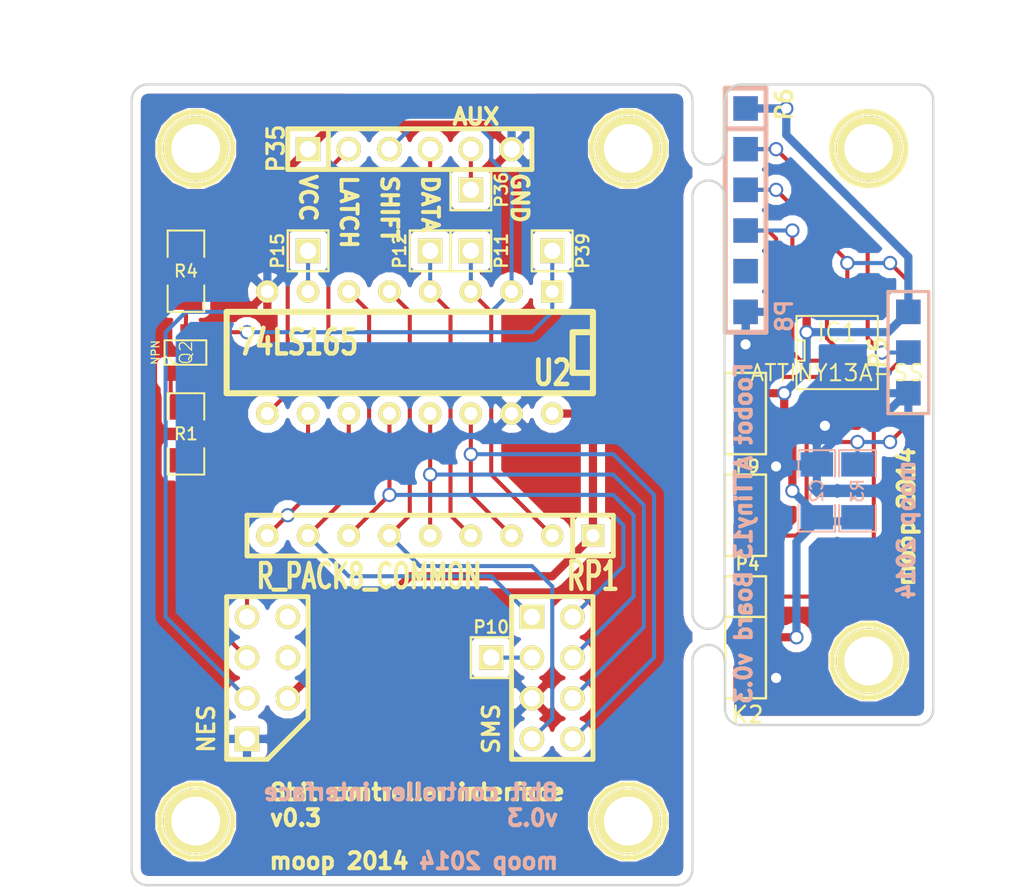
<source format=kicad_pcb>
(kicad_pcb (version 3) (host pcbnew "(2013-03-19 BZR 4004)-stable")

  (general
    (links 69)
    (no_connects 4)
    (area 60.541667 56.925001 127.458333 112.100001)
    (thickness 1.6)
    (drawings 50)
    (tracks 246)
    (zones 0)
    (modules 29)
    (nets 24)
  )

  (page A3)
  (layers
    (15 F.Cu signal)
    (0 B.Cu signal)
    (16 B.Adhes user)
    (17 F.Adhes user)
    (18 B.Paste user)
    (19 F.Paste user)
    (20 B.SilkS user)
    (21 F.SilkS user)
    (22 B.Mask user)
    (23 F.Mask user)
    (24 Dwgs.User user)
    (25 Cmts.User user)
    (26 Eco1.User user)
    (27 Eco2.User user)
    (28 Edge.Cuts user)
  )

  (setup
    (last_trace_width 0.254)
    (trace_clearance 0.254)
    (zone_clearance 0.499999)
    (zone_45_only no)
    (trace_min 0.254)
    (segment_width 0.2)
    (edge_width 0.15)
    (via_size 0.889)
    (via_drill 0.635)
    (via_min_size 0.889)
    (via_min_drill 0.508)
    (uvia_size 0.508)
    (uvia_drill 0.127)
    (uvias_allowed no)
    (uvia_min_size 0.508)
    (uvia_min_drill 0.127)
    (pcb_text_width 0.3)
    (pcb_text_size 1 1)
    (mod_edge_width 0.15)
    (mod_text_size 1 1)
    (mod_text_width 0.15)
    (pad_size 1.524 1.524)
    (pad_drill 0)
    (pad_to_mask_clearance 0)
    (aux_axis_origin 67.31 57.15)
    (visible_elements 7FFFFFFF)
    (pcbplotparams
      (layerselection 284196865)
      (usegerberextensions true)
      (excludeedgelayer true)
      (linewidth 152400)
      (plotframeref false)
      (viasonmask false)
      (mode 1)
      (useauxorigin false)
      (hpglpennumber 1)
      (hpglpenspeed 20)
      (hpglpendiameter 15)
      (hpglpenoverlay 2)
      (psnegative false)
      (psa4output false)
      (plotreference true)
      (plotvalue true)
      (plotothertext true)
      (plotinvisibletext false)
      (padsonsilk false)
      (subtractmaskfromsilk false)
      (outputformat 1)
      (mirror false)
      (drillshape 0)
      (scaleselection 1)
      (outputdirectory gerber/))
  )

  (net 0 "")
  (net 1 /ATAD)
  (net 2 /DATA)
  (net 3 /DATA_1)
  (net 4 /DATA_2)
  (net 5 /INVERSE_LATCH)
  (net 6 /LATCH)
  (net 7 /MS_1)
  (net 8 /MS_2)
  (net 9 /MS_DOWN)
  (net 10 /MS_LEFT)
  (net 11 /MS_RIGHT)
  (net 12 /MS_UP)
  (net 13 /NES_DATA)
  (net 14 /RESET)
  (net 15 /SHIFT)
  (net 16 GND)
  (net 17 N-000001)
  (net 18 N-000002)
  (net 19 N-0000025)
  (net 20 N-000003)
  (net 21 N-000004)
  (net 22 N-000006)
  (net 23 VCC)

  (net_class Default "This is the default net class."
    (clearance 0.254)
    (trace_width 0.254)
    (via_dia 0.889)
    (via_drill 0.635)
    (uvia_dia 0.508)
    (uvia_drill 0.127)
    (add_net "")
    (add_net /ATAD)
    (add_net /DATA)
    (add_net /DATA_1)
    (add_net /DATA_2)
    (add_net /INVERSE_LATCH)
    (add_net /LATCH)
    (add_net /MS_1)
    (add_net /MS_2)
    (add_net /MS_DOWN)
    (add_net /MS_LEFT)
    (add_net /MS_RIGHT)
    (add_net /MS_UP)
    (add_net /NES_DATA)
    (add_net /RESET)
    (add_net /SHIFT)
    (add_net N-000001)
    (add_net N-000002)
    (add_net N-0000025)
    (add_net N-000003)
    (add_net N-000004)
    (add_net N-000006)
  )

  (net_class Power ""
    (clearance 0.254)
    (trace_width 0.512)
    (via_dia 0.889)
    (via_drill 0.635)
    (uvia_dia 0.508)
    (uvia_drill 0.127)
    (add_net GND)
    (add_net VCC)
  )

  (module SIL-9 (layer F.Cu) (tedit 5491EA6D) (tstamp 5491E375)
    (at 87.63 90.17 180)
    (descr "Connecteur 9 pins")
    (tags "CONN DEV")
    (path /548B3459)
    (fp_text reference RP1 (at -10.16 -2.54 180) (layer F.SilkS)
      (effects (font (size 1.72974 1.08712) (thickness 0.3048)))
    )
    (fp_text value R_PACK8_COMMON (at 3.81 -2.54 180) (layer F.SilkS)
      (effects (font (size 1.524 1.016) (thickness 0.3048)))
    )
    (fp_line (start 11.43 -1.27) (end 11.43 1.27) (layer F.SilkS) (width 0.3048))
    (fp_line (start 11.43 1.27) (end -11.43 1.27) (layer F.SilkS) (width 0.3048))
    (fp_line (start -11.43 1.27) (end -11.43 -1.27) (layer F.SilkS) (width 0.3048))
    (fp_line (start 11.43 -1.27) (end -11.43 -1.27) (layer F.SilkS) (width 0.3048))
    (fp_line (start -8.89 -1.27) (end -8.89 1.27) (layer F.SilkS) (width 0.3048))
    (pad 1 thru_hole rect (at -10.16 0 180) (size 1.397 1.397) (drill 0.812799)
      (layers *.Cu *.Mask F.SilkS)
      (net 23 VCC)
    )
    (pad 2 thru_hole circle (at -7.62 0 180) (size 1.397 1.397) (drill 0.812799)
      (layers *.Cu *.Mask F.SilkS)
      (net 22 N-000006)
    )
    (pad 3 thru_hole circle (at -5.08 0 180) (size 1.397 1.397) (drill 0.812799)
      (layers *.Cu *.Mask F.SilkS)
      (net 12 /MS_UP)
    )
    (pad 4 thru_hole circle (at -2.54 0 180) (size 1.397 1.397) (drill 0.812799)
      (layers *.Cu *.Mask F.SilkS)
      (net 19 N-0000025)
    )
    (pad 5 thru_hole circle (at 0 0 180) (size 1.397 1.397) (drill 0.812799)
      (layers *.Cu *.Mask F.SilkS)
      (net 9 /MS_DOWN)
    )
    (pad 6 thru_hole circle (at 2.54 0 180) (size 1.397 1.397) (drill 0.812799)
      (layers *.Cu *.Mask F.SilkS)
      (net 7 /MS_1)
    )
    (pad 7 thru_hole circle (at 5.08 0 180) (size 1.397 1.397) (drill 0.812799)
      (layers *.Cu *.Mask F.SilkS)
      (net 10 /MS_LEFT)
    )
    (pad 8 thru_hole circle (at 7.62 0 180) (size 1.397 1.397) (drill 0.812799)
      (layers *.Cu *.Mask F.SilkS)
      (net 8 /MS_2)
    )
    (pad 9 thru_hole circle (at 10.16 0 180) (size 1.397 1.397) (drill 0.812799)
      (layers *.Cu *.Mask F.SilkS)
      (net 11 /MS_RIGHT)
    )
  )

  (module pin_array_2x4 (layer F.Cu) (tedit 5495EAF1) (tstamp 5491E3D5)
    (at 95.25 99.06 270)
    (descr "4 x 2")
    (tags CONN)
    (path /548B346A)
    (fp_text reference SMS (at 3.175 3.81 270) (layer F.SilkS)
      (effects (font (size 1.016 1.016) (thickness 0.2032)))
    )
    (fp_text value SMS (at -3.81 -3.81 270) (layer F.SilkS) hide
      (effects (font (size 1.016 1.016) (thickness 0.2032)))
    )
    (fp_line (start -5.08 -2.54) (end 5.08 -2.54) (layer F.SilkS) (width 0.3048))
    (fp_line (start 5.08 -2.54) (end 5.08 2.54) (layer F.SilkS) (width 0.3048))
    (fp_line (start 5.08 2.54) (end -5.08 2.54) (layer F.SilkS) (width 0.3048))
    (fp_line (start -5.08 2.54) (end -5.08 -2.54) (layer F.SilkS) (width 0.3048))
    (pad 1 thru_hole rect (at -3.81 1.27 270) (size 1.524 1.524) (drill 1.016)
      (layers *.Cu *.Mask F.SilkS)
      (net 8 /MS_2)
    )
    (pad 8 thru_hole circle (at -3.81 -1.27 270) (size 1.524 1.524) (drill 1.016)
      (layers *.Cu *.Mask F.SilkS)
      (net 11 /MS_RIGHT)
    )
    (pad 2 thru_hole circle (at -1.27 1.27 270) (size 1.524 1.524) (drill 1.016)
      (layers *.Cu *.Mask F.SilkS)
      (net 21 N-000004)
    )
    (pad 7 thru_hole circle (at -1.27 -1.27 270) (size 1.524 1.524) (drill 1.016)
      (layers *.Cu *.Mask F.SilkS)
      (net 10 /MS_LEFT)
    )
    (pad 3 thru_hole circle (at 1.27 1.27 270) (size 1.524 1.524) (drill 1.016)
      (layers *.Cu *.Mask F.SilkS)
      (net 16 GND)
    )
    (pad 6 thru_hole circle (at 1.27 -1.27 270) (size 1.524 1.524) (drill 1.016)
      (layers *.Cu *.Mask F.SilkS)
      (net 9 /MS_DOWN)
    )
    (pad 4 thru_hole circle (at 3.81 1.27 270) (size 1.524 1.524) (drill 1.016)
      (layers *.Cu *.Mask F.SilkS)
      (net 7 /MS_1)
    )
    (pad 5 thru_hole circle (at 3.81 -1.27 270) (size 1.524 1.524) (drill 1.016)
      (layers *.Cu *.Mask F.SilkS)
      (net 12 /MS_UP)
    )
    (model pin_array/pins_array_4x2.wrl
      (at (xyz 0 0 0))
      (scale (xyz 1 1 1))
      (rotate (xyz 0 0 0))
    )
  )

  (module PIN_ARRAY_1 (layer F.Cu) (tedit 549733A0) (tstamp 5491E3F1)
    (at 80.01 72.39 270)
    (descr "1 pin")
    (tags "CONN DEV")
    (path /548DA2E6)
    (fp_text reference P15 (at 0 1.905 270) (layer F.SilkS)
      (effects (font (size 0.762 0.762) (thickness 0.1524)))
    )
    (fp_text value ¬Q7 (at -1.905 0 360) (layer F.SilkS) hide
      (effects (font (size 0.762 0.762) (thickness 0.1524)))
    )
    (fp_line (start 1.27 1.27) (end -1.27 1.27) (layer F.SilkS) (width 0.1524))
    (fp_line (start -1.27 -1.27) (end 1.27 -1.27) (layer F.SilkS) (width 0.1524))
    (fp_line (start -1.27 1.27) (end -1.27 -1.27) (layer F.SilkS) (width 0.1524))
    (fp_line (start 1.27 -1.27) (end 1.27 1.27) (layer F.SilkS) (width 0.1524))
    (pad 1 thru_hole rect (at 0 0 270) (size 1.524 1.524) (drill 1.016)
      (layers *.Cu *.Mask F.SilkS)
      (net 20 N-000003)
    )
    (model pin_array\pin_1.wrl
      (at (xyz 0 0 0))
      (scale (xyz 1 1 1))
      (rotate (xyz 0 0 0))
    )
  )

  (module PIN_ARRAY_1 (layer F.Cu) (tedit 5495EAFA) (tstamp 5491E40C)
    (at 95.25 72.39 270)
    (descr "1 pin")
    (tags "CONN DEV")
    (path /548DC170)
    (fp_text reference P39 (at 0 -1.905 270) (layer F.SilkS)
      (effects (font (size 0.762 0.762) (thickness 0.1524)))
    )
    (fp_text value ¬LATCH (at -1.905 0 360) (layer F.SilkS) hide
      (effects (font (size 0.762 0.762) (thickness 0.1524)))
    )
    (fp_line (start 1.27 1.27) (end -1.27 1.27) (layer F.SilkS) (width 0.1524))
    (fp_line (start -1.27 -1.27) (end 1.27 -1.27) (layer F.SilkS) (width 0.1524))
    (fp_line (start -1.27 1.27) (end -1.27 -1.27) (layer F.SilkS) (width 0.1524))
    (fp_line (start 1.27 -1.27) (end 1.27 1.27) (layer F.SilkS) (width 0.1524))
    (pad 1 thru_hole rect (at 0 0 270) (size 1.524 1.524) (drill 1.016)
      (layers *.Cu *.Mask F.SilkS)
      (net 5 /INVERSE_LATCH)
    )
    (model pin_array\pin_1.wrl
      (at (xyz 0 0 0))
      (scale (xyz 1 1 1))
      (rotate (xyz 0 0 0))
    )
  )

  (module PIN_ARRAY_1 (layer F.Cu) (tedit 5495EB0E) (tstamp 5491E442)
    (at 90.17 68.58)
    (descr "1 pin")
    (tags "CONN DEV")
    (path /548DC372)
    (fp_text reference P36 (at 1.905 0 90) (layer F.SilkS)
      (effects (font (size 0.762 0.762) (thickness 0.1524)))
    )
    (fp_text value CONN_1 (at -1.905 0 90) (layer F.SilkS) hide
      (effects (font (size 0.762 0.762) (thickness 0.1524)))
    )
    (fp_line (start 1.27 1.27) (end -1.27 1.27) (layer F.SilkS) (width 0.1524))
    (fp_line (start -1.27 -1.27) (end 1.27 -1.27) (layer F.SilkS) (width 0.1524))
    (fp_line (start -1.27 1.27) (end -1.27 -1.27) (layer F.SilkS) (width 0.1524))
    (fp_line (start 1.27 -1.27) (end 1.27 1.27) (layer F.SilkS) (width 0.1524))
    (pad 1 thru_hole rect (at 0 0) (size 1.524 1.524) (drill 1.016)
      (layers *.Cu *.Mask F.SilkS)
      (net 17 N-000001)
    )
    (model pin_array\pin_1.wrl
      (at (xyz 0 0 0))
      (scale (xyz 1 1 1))
      (rotate (xyz 0 0 0))
    )
  )

  (module PIN_ARRAY_1 (layer F.Cu) (tedit 5495EA75) (tstamp 5491E478)
    (at 91.44 97.79)
    (descr "1 pin")
    (tags "CONN DEV")
    (path /548B48DD)
    (fp_text reference P10 (at 0 -1.905) (layer F.SilkS)
      (effects (font (size 0.762 0.762) (thickness 0.1524)))
    )
    (fp_text value AUX_IN (at -1.905 0 90) (layer F.SilkS) hide
      (effects (font (size 0.762 0.762) (thickness 0.1524)))
    )
    (fp_line (start 1.27 1.27) (end -1.27 1.27) (layer F.SilkS) (width 0.1524))
    (fp_line (start -1.27 -1.27) (end 1.27 -1.27) (layer F.SilkS) (width 0.1524))
    (fp_line (start -1.27 1.27) (end -1.27 -1.27) (layer F.SilkS) (width 0.1524))
    (fp_line (start 1.27 -1.27) (end 1.27 1.27) (layer F.SilkS) (width 0.1524))
    (pad 1 thru_hole rect (at 0 0) (size 1.524 1.524) (drill 1.016)
      (layers *.Cu *.Mask F.SilkS)
      (net 21 N-000004)
    )
    (model pin_array\pin_1.wrl
      (at (xyz 0 0 0))
      (scale (xyz 1 1 1))
      (rotate (xyz 0 0 0))
    )
  )

  (module PIN_ARRAY_1 (layer F.Cu) (tedit 5495911C) (tstamp 5491E481)
    (at 90.17 72.39 270)
    (descr "1 pin")
    (tags "CONN DEV")
    (path /548B4969)
    (fp_text reference P11 (at 0 -1.905 270) (layer F.SilkS)
      (effects (font (size 0.762 0.762) (thickness 0.1524)))
    )
    (fp_text value AUX (at -1.905 0 360) (layer F.SilkS) hide
      (effects (font (size 0.762 0.762) (thickness 0.1524)))
    )
    (fp_line (start 1.27 1.27) (end -1.27 1.27) (layer F.SilkS) (width 0.1524))
    (fp_line (start -1.27 -1.27) (end 1.27 -1.27) (layer F.SilkS) (width 0.1524))
    (fp_line (start -1.27 1.27) (end -1.27 -1.27) (layer F.SilkS) (width 0.1524))
    (fp_line (start 1.27 -1.27) (end 1.27 1.27) (layer F.SilkS) (width 0.1524))
    (pad 1 thru_hole rect (at 0 0 270) (size 1.524 1.524) (drill 1.016)
      (layers *.Cu *.Mask F.SilkS)
      (net 22 N-000006)
    )
    (model pin_array\pin_1.wrl
      (at (xyz 0 0 0))
      (scale (xyz 1 1 1))
      (rotate (xyz 0 0 0))
    )
  )

  (module PIN_ARRAY_1 (layer F.Cu) (tedit 54959123) (tstamp 5491E4D2)
    (at 87.63 72.39 270)
    (descr "1 pin")
    (tags "CONN DEV")
    (path /548B4974)
    (fp_text reference P12 (at 0 1.905 270) (layer F.SilkS)
      (effects (font (size 0.762 0.762) (thickness 0.1524)))
    )
    (fp_text value AUX (at -1.905 0 360) (layer F.SilkS) hide
      (effects (font (size 0.762 0.762) (thickness 0.1524)))
    )
    (fp_line (start 1.27 1.27) (end -1.27 1.27) (layer F.SilkS) (width 0.1524))
    (fp_line (start -1.27 -1.27) (end 1.27 -1.27) (layer F.SilkS) (width 0.1524))
    (fp_line (start -1.27 1.27) (end -1.27 -1.27) (layer F.SilkS) (width 0.1524))
    (fp_line (start 1.27 -1.27) (end 1.27 1.27) (layer F.SilkS) (width 0.1524))
    (pad 1 thru_hole rect (at 0 0 270) (size 1.524 1.524) (drill 1.016)
      (layers *.Cu *.Mask F.SilkS)
      (net 19 N-0000025)
    )
    (model pin_array\pin_1.wrl
      (at (xyz 0 0 0))
      (scale (xyz 1 1 1))
      (rotate (xyz 0 0 0))
    )
  )

  (module PIN_ARRAY-6X1 (layer F.Cu) (tedit 5497338C) (tstamp 5491E4E1)
    (at 86.36 66.04)
    (descr "Connecteur 6 pins")
    (tags "CONN DEV")
    (path /548DC356)
    (fp_text reference P35 (at -8.36 -0.04 90) (layer F.SilkS)
      (effects (font (size 1.016 1.016) (thickness 0.2032)))
    )
    (fp_text value CHANNEL_X (at -0.36 -0.04) (layer F.SilkS) hide
      (effects (font (size 1.016 0.889) (thickness 0.2032)))
    )
    (fp_line (start -7.62 1.27) (end -7.62 -1.27) (layer F.SilkS) (width 0.3048))
    (fp_line (start -7.62 -1.27) (end 7.62 -1.27) (layer F.SilkS) (width 0.3048))
    (fp_line (start 7.62 -1.27) (end 7.62 1.27) (layer F.SilkS) (width 0.3048))
    (fp_line (start 7.62 1.27) (end -7.62 1.27) (layer F.SilkS) (width 0.3048))
    (fp_line (start -5.08 1.27) (end -5.08 -1.27) (layer F.SilkS) (width 0.3048))
    (pad 1 thru_hole rect (at -6.35 0) (size 1.524 1.524) (drill 1.016)
      (layers *.Cu *.Mask F.SilkS)
      (net 23 VCC)
    )
    (pad 2 thru_hole circle (at -3.81 0) (size 1.524 1.524) (drill 1.016)
      (layers *.Cu *.Mask F.SilkS)
      (net 6 /LATCH)
    )
    (pad 3 thru_hole circle (at -1.27 0) (size 1.524 1.524) (drill 1.016)
      (layers *.Cu *.Mask F.SilkS)
      (net 15 /SHIFT)
    )
    (pad 4 thru_hole circle (at 1.27 0) (size 1.524 1.524) (drill 1.016)
      (layers *.Cu *.Mask F.SilkS)
      (net 2 /DATA)
    )
    (pad 5 thru_hole circle (at 3.81 0) (size 1.524 1.524) (drill 1.016)
      (layers *.Cu *.Mask F.SilkS)
      (net 17 N-000001)
    )
    (pad 6 thru_hole circle (at 6.35 0) (size 1.524 1.524) (drill 1.016)
      (layers *.Cu *.Mask F.SilkS)
      (net 16 GND)
    )
    (model pin_array/pins_array_6x1.wrl
      (at (xyz 0 0 0))
      (scale (xyz 1 1 1))
      (rotate (xyz 0 0 0))
    )
  )

  (module DIP-16__300 (layer F.Cu) (tedit 5495EA54) (tstamp 5491E54D)
    (at 86.36 78.74 180)
    (descr "16 pins DIL package, round pads")
    (tags DIL)
    (path /548B3434)
    (fp_text reference U2 (at -8.89 -1.27 180) (layer F.SilkS)
      (effects (font (size 1.524 1.143) (thickness 0.3048)))
    )
    (fp_text value 74LS165 (at 6.985 0.635 180) (layer F.SilkS)
      (effects (font (size 1.524 1.143) (thickness 0.3048)))
    )
    (fp_line (start -11.43 -1.27) (end -11.43 -1.27) (layer F.SilkS) (width 0.381))
    (fp_line (start -11.43 -1.27) (end -10.16 -1.27) (layer F.SilkS) (width 0.381))
    (fp_line (start -10.16 -1.27) (end -10.16 1.27) (layer F.SilkS) (width 0.381))
    (fp_line (start -10.16 1.27) (end -11.43 1.27) (layer F.SilkS) (width 0.381))
    (fp_line (start -11.43 -2.54) (end 11.43 -2.54) (layer F.SilkS) (width 0.381))
    (fp_line (start 11.43 -2.54) (end 11.43 2.54) (layer F.SilkS) (width 0.381))
    (fp_line (start 11.43 2.54) (end -11.43 2.54) (layer F.SilkS) (width 0.381))
    (fp_line (start -11.43 2.54) (end -11.43 -2.54) (layer F.SilkS) (width 0.381))
    (pad 1 thru_hole rect (at -8.89 3.81 180) (size 1.397 1.397) (drill 0.812799)
      (layers *.Cu *.Mask F.SilkS)
      (net 5 /INVERSE_LATCH)
    )
    (pad 2 thru_hole circle (at -6.35 3.81 180) (size 1.397 1.397) (drill 0.812799)
      (layers *.Cu *.Mask F.SilkS)
      (net 15 /SHIFT)
    )
    (pad 3 thru_hole circle (at -3.81 3.81 180) (size 1.397 1.397) (drill 0.812799)
      (layers *.Cu *.Mask F.SilkS)
      (net 22 N-000006)
    )
    (pad 4 thru_hole circle (at -1.27 3.81 180) (size 1.397 1.397) (drill 0.812799)
      (layers *.Cu *.Mask F.SilkS)
      (net 19 N-0000025)
    )
    (pad 5 thru_hole circle (at 1.27 3.81 180) (size 1.397 1.397) (drill 0.812799)
      (layers *.Cu *.Mask F.SilkS)
      (net 7 /MS_1)
    )
    (pad 6 thru_hole circle (at 3.81 3.81 180) (size 1.397 1.397) (drill 0.812799)
      (layers *.Cu *.Mask F.SilkS)
      (net 8 /MS_2)
    )
    (pad 7 thru_hole circle (at 6.35 3.81 180) (size 1.397 1.397) (drill 0.812799)
      (layers *.Cu *.Mask F.SilkS)
      (net 20 N-000003)
    )
    (pad 8 thru_hole circle (at 8.89 3.81 180) (size 1.397 1.397) (drill 0.812799)
      (layers *.Cu *.Mask F.SilkS)
      (net 16 GND)
    )
    (pad 9 thru_hole circle (at 8.89 -3.81 180) (size 1.397 1.397) (drill 0.812799)
      (layers *.Cu *.Mask F.SilkS)
      (net 2 /DATA)
    )
    (pad 10 thru_hole circle (at 6.35 -3.81 180) (size 1.397 1.397) (drill 0.812799)
      (layers *.Cu *.Mask F.SilkS)
      (net 13 /NES_DATA)
    )
    (pad 11 thru_hole circle (at 3.81 -3.81 180) (size 1.397 1.397) (drill 0.812799)
      (layers *.Cu *.Mask F.SilkS)
      (net 11 /MS_RIGHT)
    )
    (pad 12 thru_hole circle (at 1.27 -3.81 180) (size 1.397 1.397) (drill 0.812799)
      (layers *.Cu *.Mask F.SilkS)
      (net 10 /MS_LEFT)
    )
    (pad 13 thru_hole circle (at -1.27 -3.81 180) (size 1.397 1.397) (drill 0.812799)
      (layers *.Cu *.Mask F.SilkS)
      (net 9 /MS_DOWN)
    )
    (pad 14 thru_hole circle (at -3.81 -3.81 180) (size 1.397 1.397) (drill 0.812799)
      (layers *.Cu *.Mask F.SilkS)
      (net 12 /MS_UP)
    )
    (pad 15 thru_hole circle (at -6.35 -3.81 180) (size 1.397 1.397) (drill 0.812799)
      (layers *.Cu *.Mask F.SilkS)
      (net 16 GND)
    )
    (pad 16 thru_hole circle (at -8.89 -3.81 180) (size 1.397 1.397) (drill 0.812799)
      (layers *.Cu *.Mask F.SilkS)
      (net 23 VCC)
    )
    (model dil/dil_16.wrl
      (at (xyz 0 0 0))
      (scale (xyz 1 1 1))
      (rotate (xyz 0 0 0))
    )
  )

  (module D-CANNON_COMPACT (layer F.Cu) (tedit 5495EAEF) (tstamp 5491E55D)
    (at 77.47 99.06 270)
    (descr D_CANNON_COMPACT)
    (tags CONN)
    (path /548B343A)
    (fp_text reference NES (at 3.175 3.81 270) (layer F.SilkS)
      (effects (font (size 1.016 1.016) (thickness 0.2032)))
    )
    (fp_text value NES (at -3.81 -3.81 270) (layer F.SilkS) hide
      (effects (font (size 1.016 1.016) (thickness 0.2032)))
    )
    (fp_line (start 2.54 -2.54) (end -5.08 -2.54) (layer F.SilkS) (width 0.3048))
    (fp_line (start 5.08 0) (end 5.08 2.54) (layer F.SilkS) (width 0.3048))
    (fp_line (start 5.08 0) (end 2.54 -2.54) (layer F.SilkS) (width 0.3048))
    (fp_line (start 5.08 2.54) (end -5.08 2.54) (layer F.SilkS) (width 0.3048))
    (fp_line (start -5.08 2.54) (end -5.08 -2.54) (layer F.SilkS) (width 0.3048))
    (pad 1 thru_hole rect (at 3.81 1.27 270) (size 1.524 1.524) (drill 1.016)
      (layers *.Cu *.Mask F.SilkS)
      (net 16 GND)
    )
    (pad 2 thru_hole circle (at 1.27 1.27 270) (size 1.524 1.524) (drill 1.016)
      (layers *.Cu *.Mask F.SilkS)
      (net 15 /SHIFT)
    )
    (pad 7 thru_hole circle (at 1.27 -1.27 270) (size 1.524 1.524) (drill 1.016)
      (layers *.Cu *.Mask F.SilkS)
      (net 23 VCC)
    )
    (pad 3 thru_hole circle (at -1.27 1.27 270) (size 1.524 1.524) (drill 1.016)
      (layers *.Cu *.Mask F.SilkS)
      (net 6 /LATCH)
    )
    (pad 6 thru_hole circle (at -1.27 -1.27 270) (size 1.524 1.524) (drill 1.016)
      (layers *.Cu *.Mask F.SilkS)
    )
    (pad 4 thru_hole circle (at -3.81 1.27 270) (size 1.524 1.524) (drill 1.016)
      (layers *.Cu *.Mask F.SilkS)
      (net 13 /NES_DATA)
    )
    (pad 5 thru_hole circle (at -3.81 -1.27 270) (size 1.524 1.524) (drill 1.016)
      (layers *.Cu *.Mask F.SilkS)
    )
    (model pin_array/pins_array_4x2.wrl
      (at (xyz 0 0 0))
      (scale (xyz 1 1 1))
      (rotate (xyz 0 0 0))
    )
  )

  (module SM1206 (layer F.Cu) (tedit 549595B3) (tstamp 5491E39F)
    (at 72.39 73.66 270)
    (path /548DBEC7)
    (attr smd)
    (fp_text reference R4 (at 0 0 360) (layer F.SilkS)
      (effects (font (size 0.762 0.762) (thickness 0.127)))
    )
    (fp_text value 6.7k (at 0 1.905 270) (layer F.SilkS) hide
      (effects (font (size 0.762 0.762) (thickness 0.127)))
    )
    (fp_line (start -2.54 -1.143) (end -2.54 1.143) (layer F.SilkS) (width 0.127))
    (fp_line (start -2.54 1.143) (end -0.889 1.143) (layer F.SilkS) (width 0.127))
    (fp_line (start 0.889 -1.143) (end 2.54 -1.143) (layer F.SilkS) (width 0.127))
    (fp_line (start 2.54 -1.143) (end 2.54 1.143) (layer F.SilkS) (width 0.127))
    (fp_line (start 2.54 1.143) (end 0.889 1.143) (layer F.SilkS) (width 0.127))
    (fp_line (start -0.889 -1.143) (end -2.54 -1.143) (layer F.SilkS) (width 0.127))
    (pad 1 smd rect (at -1.651 0 270) (size 1.524 2.032)
      (layers F.Cu F.Paste F.Mask)
      (net 23 VCC)
    )
    (pad 2 smd rect (at 1.651 0 270) (size 1.524 2.032)
      (layers F.Cu F.Paste F.Mask)
      (net 5 /INVERSE_LATCH)
    )
    (model smd/chip_cms.wrl
      (at (xyz 0 0 0))
      (scale (xyz 0.17 0.16 0.16))
      (rotate (xyz 0 0 0))
    )
  )

  (module SM1206 (layer F.Cu) (tedit 5495D276) (tstamp 5491E3AD)
    (at 72.39 83.82 90)
    (path /548DBECD)
    (attr smd)
    (fp_text reference R1 (at 0 0 180) (layer F.SilkS)
      (effects (font (size 0.762 0.762) (thickness 0.127)))
    )
    (fp_text value 10k (at 0 -1.905 90) (layer F.SilkS) hide
      (effects (font (size 0.762 0.762) (thickness 0.127)))
    )
    (fp_line (start -2.54 -1.143) (end -2.54 1.143) (layer F.SilkS) (width 0.127))
    (fp_line (start -2.54 1.143) (end -0.889 1.143) (layer F.SilkS) (width 0.127))
    (fp_line (start 0.889 -1.143) (end 2.54 -1.143) (layer F.SilkS) (width 0.127))
    (fp_line (start 2.54 -1.143) (end 2.54 1.143) (layer F.SilkS) (width 0.127))
    (fp_line (start 2.54 1.143) (end 0.889 1.143) (layer F.SilkS) (width 0.127))
    (fp_line (start -0.889 -1.143) (end -2.54 -1.143) (layer F.SilkS) (width 0.127))
    (pad 1 smd rect (at -1.651 0 90) (size 1.524 2.032)
      (layers F.Cu F.Paste F.Mask)
      (net 6 /LATCH)
    )
    (pad 2 smd rect (at 1.651 0 90) (size 1.524 2.032)
      (layers F.Cu F.Paste F.Mask)
      (net 18 N-000002)
    )
    (model smd/chip_cms.wrl
      (at (xyz 0 0 0))
      (scale (xyz 0.17 0.16 0.16))
      (rotate (xyz 0 0 0))
    )
  )

  (module 1pin (layer F.Cu) (tedit 54959328) (tstamp 5496401C)
    (at 100 66)
    (descr "module 1 pin (ou trou mecanique de percage)")
    (tags DEV)
    (path 1pin)
    (fp_text reference "" (at 0 -3.048) (layer F.SilkS)
      (effects (font (size 1.016 1.016) (thickness 0.254)))
    )
    (fp_text value P*** (at 0 0) (layer F.SilkS) hide
      (effects (font (size 1.016 1.016) (thickness 0.254)))
    )
    (fp_circle (center 0 0) (end 0 -2.286) (layer F.SilkS) (width 0.381))
    (pad 1 thru_hole circle (at 0 0) (size 4.064 4.064) (drill 3.048)
      (layers *.Cu *.Mask F.SilkS)
    )
  )

  (module 1pin (layer F.Cu) (tedit 54959327) (tstamp 54964027)
    (at 73 66)
    (descr "module 1 pin (ou trou mecanique de percage)")
    (tags DEV)
    (path 1pin)
    (fp_text reference "" (at 0 -3.048) (layer F.SilkS)
      (effects (font (size 1.016 1.016) (thickness 0.254)))
    )
    (fp_text value P*** (at 0 0) (layer F.SilkS) hide
      (effects (font (size 1.016 1.016) (thickness 0.254)))
    )
    (fp_circle (center 0 0) (end 0 -2.286) (layer F.SilkS) (width 0.381))
    (pad 1 thru_hole circle (at 0 0) (size 4.064 4.064) (drill 3.048)
      (layers *.Cu *.Mask F.SilkS)
    )
  )

  (module 1pin (layer F.Cu) (tedit 5495932B) (tstamp 54964032)
    (at 73 108)
    (descr "module 1 pin (ou trou mecanique de percage)")
    (tags DEV)
    (path 1pin)
    (fp_text reference "" (at 0 -3.048) (layer F.SilkS)
      (effects (font (size 1.016 1.016) (thickness 0.254)))
    )
    (fp_text value P*** (at 0 0) (layer F.SilkS) hide
      (effects (font (size 1.016 1.016) (thickness 0.254)))
    )
    (fp_circle (center 0 0) (end 0 -2.286) (layer F.SilkS) (width 0.381))
    (pad 1 thru_hole circle (at 0 0) (size 4.064 4.064) (drill 3.048)
      (layers *.Cu *.Mask F.SilkS)
    )
  )

  (module 1pin (layer F.Cu) (tedit 5495932D) (tstamp 5496403D)
    (at 100 108)
    (descr "module 1 pin (ou trou mecanique de percage)")
    (tags DEV)
    (path 1pin)
    (fp_text reference "" (at 0 -3.048) (layer F.SilkS)
      (effects (font (size 1.016 1.016) (thickness 0.254)))
    )
    (fp_text value P*** (at 0 0) (layer F.SilkS) hide
      (effects (font (size 1.016 1.016) (thickness 0.254)))
    )
    (fp_circle (center 0 0) (end 0 -2.286) (layer F.SilkS) (width 0.381))
    (pad 1 thru_hole circle (at 0 0) (size 4.064 4.064) (drill 3.048)
      (layers *.Cu *.Mask F.SilkS)
    )
  )

  (module SM1206 (layer B.Cu) (tedit 42806E24) (tstamp 54964DB9)
    (at 111.76 87.376 90)
    (path /5495A1B4)
    (attr smd)
    (fp_text reference C2 (at 0 0 90) (layer B.SilkS)
      (effects (font (size 0.762 0.762) (thickness 0.127)) (justify mirror))
    )
    (fp_text value C (at 0 0 90) (layer B.SilkS) hide
      (effects (font (size 0.762 0.762) (thickness 0.127)) (justify mirror))
    )
    (fp_line (start -2.54 1.143) (end -2.54 -1.143) (layer B.SilkS) (width 0.127))
    (fp_line (start -2.54 -1.143) (end -0.889 -1.143) (layer B.SilkS) (width 0.127))
    (fp_line (start 0.889 1.143) (end 2.54 1.143) (layer B.SilkS) (width 0.127))
    (fp_line (start 2.54 1.143) (end 2.54 -1.143) (layer B.SilkS) (width 0.127))
    (fp_line (start 2.54 -1.143) (end 0.889 -1.143) (layer B.SilkS) (width 0.127))
    (fp_line (start -0.889 1.143) (end -2.54 1.143) (layer B.SilkS) (width 0.127))
    (pad 1 smd rect (at -1.651 0 90) (size 1.524 2.032)
      (layers B.Cu B.Paste B.Mask)
      (net 23 VCC)
    )
    (pad 2 smd rect (at 1.651 0 90) (size 1.524 2.032)
      (layers B.Cu B.Paste B.Mask)
      (net 16 GND)
    )
    (model smd/chip_cms.wrl
      (at (xyz 0 0 0))
      (scale (xyz 0.17 0.16 0.16))
      (rotate (xyz 0 0 0))
    )
  )

  (module SM1206 (layer B.Cu) (tedit 5495E95A) (tstamp 54964DC5)
    (at 114.3 87.376 270)
    (path /5495A5C9)
    (attr smd)
    (fp_text reference R3 (at 0 0 270) (layer B.SilkS)
      (effects (font (size 0.762 0.762) (thickness 0.127)) (justify mirror))
    )
    (fp_text value 10k (at 0 0 270) (layer B.SilkS) hide
      (effects (font (size 0.762 0.762) (thickness 0.127)) (justify mirror))
    )
    (fp_line (start -2.54 1.143) (end -2.54 -1.143) (layer B.SilkS) (width 0.127))
    (fp_line (start -2.54 -1.143) (end -0.889 -1.143) (layer B.SilkS) (width 0.127))
    (fp_line (start 0.889 1.143) (end 2.54 1.143) (layer B.SilkS) (width 0.127))
    (fp_line (start 2.54 1.143) (end 2.54 -1.143) (layer B.SilkS) (width 0.127))
    (fp_line (start 2.54 -1.143) (end 0.889 -1.143) (layer B.SilkS) (width 0.127))
    (fp_line (start -0.889 1.143) (end -2.54 1.143) (layer B.SilkS) (width 0.127))
    (pad 1 smd rect (at -1.651 0 270) (size 1.524 2.032)
      (layers B.Cu B.Paste B.Mask)
      (net 14 /RESET)
    )
    (pad 2 smd rect (at 1.651 0 270) (size 1.524 2.032)
      (layers B.Cu B.Paste B.Mask)
      (net 23 VCC)
    )
    (model smd/chip_cms.wrl
      (at (xyz 0 0 0))
      (scale (xyz 0.17 0.16 0.16))
      (rotate (xyz 0 0 0))
    )
  )

  (module 1pin (layer F.Cu) (tedit 5495A5BF) (tstamp 54964E95)
    (at 115 66)
    (descr "module 1 pin (ou trou mecanique de percage)")
    (tags DEV)
    (path 1pin)
    (fp_text reference "" (at 0 -3.048) (layer F.SilkS)
      (effects (font (size 1.016 1.016) (thickness 0.254)))
    )
    (fp_text value P*** (at 0 0) (layer F.SilkS) hide
      (effects (font (size 1.016 1.016) (thickness 0.254)))
    )
    (fp_circle (center 0 0) (end 0 -2.286) (layer F.SilkS) (width 0.381))
    (pad 1 thru_hole circle (at 0 0) (size 4.064 4.064) (drill 3.048)
      (layers *.Cu *.Mask F.SilkS)
    )
  )

  (module 1pin (layer F.Cu) (tedit 5495A5C3) (tstamp 54964EAB)
    (at 115 98)
    (descr "module 1 pin (ou trou mecanique de percage)")
    (tags DEV)
    (path 1pin)
    (fp_text reference "" (at 0 -3.048) (layer F.SilkS)
      (effects (font (size 1.016 1.016) (thickness 0.254)))
    )
    (fp_text value P*** (at 0 0) (layer F.SilkS) hide
      (effects (font (size 1.016 1.016) (thickness 0.254)))
    )
    (fp_circle (center 0 0) (end 0 -2.286) (layer F.SilkS) (width 0.381))
    (pad 1 thru_hole circle (at 0 0) (size 4.064 4.064) (drill 3.048)
      (layers *.Cu *.Mask F.SilkS)
    )
  )

  (module SOT23_INV (layer F.Cu) (tedit 5495EB27) (tstamp 5495D12F)
    (at 72.39 78.74)
    (descr "SOT_23  PADS 1-2 inverted")
    (tags SOT23)
    (path /548DBEC1)
    (attr smd)
    (fp_text reference Q2 (at 0 0 90) (layer F.SilkS)
      (effects (font (size 0.762 0.762) (thickness 0.0762)))
    )
    (fp_text value NPN (at -1.905 0 90) (layer F.SilkS)
      (effects (font (size 0.50038 0.50038) (thickness 0.0762)))
    )
    (fp_line (start -0.508 0.762) (end -1.27 0.254) (layer F.SilkS) (width 0.127))
    (fp_line (start 1.27 0.762) (end -1.3335 0.762) (layer F.SilkS) (width 0.127))
    (fp_line (start -1.3335 0.762) (end -1.3335 -0.762) (layer F.SilkS) (width 0.127))
    (fp_line (start -1.3335 -0.762) (end 1.27 -0.762) (layer F.SilkS) (width 0.127))
    (fp_line (start 1.27 -0.762) (end 1.27 0.762) (layer F.SilkS) (width 0.127))
    (pad 3 smd rect (at 0 -1.27) (size 0.70104 1.00076)
      (layers F.Cu F.Paste F.Mask)
      (net 5 /INVERSE_LATCH)
    )
    (pad 1 smd rect (at 0.9525 1.27) (size 0.70104 1.00076)
      (layers F.Cu F.Paste F.Mask)
      (net 16 GND)
    )
    (pad 2 smd rect (at -0.9525 1.27) (size 0.70104 1.00076)
      (layers F.Cu F.Paste F.Mask)
      (net 18 N-000002)
    )
    (model smd/SOT23_6.wrl
      (at (xyz 0 0 0))
      (scale (xyz 0.11 0.11 0.11))
      (rotate (xyz 0 0 -180))
    )
  )

  (module PAD_ARRAY_3X1 (layer F.Cu) (tedit 5495E937) (tstamp 54964DDF)
    (at 107.315 96.52 270)
    (descr "Pad Array 3")
    (tags "CONN DEV")
    (path /5495AB41)
    (fp_text reference K2 (at 4.826 -0.127 360) (layer F.SilkS)
      (effects (font (size 1.016 1.016) (thickness 0.1524)))
    )
    (fp_text value TX (at 0 -2.159 270) (layer F.SilkS) hide
      (effects (font (size 1.016 1.016) (thickness 0.1524)))
    )
    (fp_line (start -3.81 1.27) (end -3.81 -1.27) (layer F.SilkS) (width 0.1524))
    (fp_line (start -3.81 -1.27) (end 3.81 -1.27) (layer F.SilkS) (width 0.1524))
    (fp_line (start 3.81 -1.27) (end 3.81 1.27) (layer F.SilkS) (width 0.1524))
    (fp_line (start 3.81 1.27) (end -3.81 1.27) (layer F.SilkS) (width 0.1524))
    (fp_line (start -1.27 -1.27) (end -1.27 1.27) (layer F.SilkS) (width 0.1524))
    (pad 1 smd rect (at -2.54 0 270) (size 1.524 1.524)
      (layers F.Cu F.Paste F.Mask)
      (net 1 /ATAD)
    )
    (pad 2 smd rect (at 0 0 270) (size 1.524 1.524)
      (layers F.Cu F.Paste F.Mask)
      (net 23 VCC)
    )
    (pad 3 smd rect (at 2.54 0 270) (size 1.524 1.524)
      (layers F.Cu F.Paste F.Mask)
      (net 16 GND)
    )
    (model pin_array/pins_array_3x1.wrl
      (at (xyz 0 0 0))
      (scale (xyz 1 1 1))
      (rotate (xyz 0 0 0))
    )
  )

  (module PAD_ARRAY_2X1 (layer F.Cu) (tedit 5495E93C) (tstamp 5495E01B)
    (at 107.315 82.55 270)
    (descr "Pad Array 2")
    (tags "CONN DEV")
    (path /5495AB59)
    (fp_text reference P9 (at 3.302 -0.127 360) (layer F.SilkS)
      (effects (font (size 0.762 0.762) (thickness 0.1524)))
    )
    (fp_text value MCU_PWR (at 0 -1.905 270) (layer F.SilkS) hide
      (effects (font (size 0.762 0.762) (thickness 0.1524)))
    )
    (fp_line (start -2.54 1.27) (end -2.54 -1.27) (layer F.SilkS) (width 0.1524))
    (fp_line (start -2.54 -1.27) (end 2.54 -1.27) (layer F.SilkS) (width 0.1524))
    (fp_line (start 2.54 -1.27) (end 2.54 1.27) (layer F.SilkS) (width 0.1524))
    (fp_line (start 2.54 1.27) (end -2.54 1.27) (layer F.SilkS) (width 0.1524))
    (pad 1 smd rect (at -1.27 0 270) (size 1.524 1.524)
      (layers F.Cu F.Paste F.Mask)
      (net 23 VCC)
    )
    (pad 2 smd rect (at 1.27 0 270) (size 1.524 1.524)
      (layers F.Cu F.Paste F.Mask)
      (net 16 GND)
    )
    (model pin_array/pins_array_2x1.wrl
      (at (xyz 0 0 0))
      (scale (xyz 1 1 1))
      (rotate (xyz 0 0 0))
    )
  )

  (module PAD_ARRAY_2X1 (layer F.Cu) (tedit 5495E92E) (tstamp 54964DF3)
    (at 107.315 88.9 270)
    (descr "Pad Array 2")
    (tags "CONN DEV")
    (path /5495BFD0)
    (fp_text reference P4 (at 3.048 -0.127 360) (layer F.SilkS)
      (effects (font (size 0.762 0.762) (thickness 0.1524)))
    )
    (fp_text value RESET (at 0 -2.159 270) (layer F.SilkS) hide
      (effects (font (size 0.762 0.762) (thickness 0.1524)))
    )
    (fp_line (start -2.54 1.27) (end -2.54 -1.27) (layer F.SilkS) (width 0.1524))
    (fp_line (start -2.54 -1.27) (end 2.54 -1.27) (layer F.SilkS) (width 0.1524))
    (fp_line (start 2.54 -1.27) (end 2.54 1.27) (layer F.SilkS) (width 0.1524))
    (fp_line (start 2.54 1.27) (end -2.54 1.27) (layer F.SilkS) (width 0.1524))
    (pad 1 smd rect (at -1.27 0 270) (size 1.524 1.524)
      (layers F.Cu F.Paste F.Mask)
      (net 16 GND)
    )
    (pad 2 smd rect (at 1.27 0 270) (size 1.524 1.524)
      (layers F.Cu F.Paste F.Mask)
      (net 14 /RESET)
    )
    (model pin_array/pins_array_2x1.wrl
      (at (xyz 0 0 0))
      (scale (xyz 1 1 1))
      (rotate (xyz 0 0 0))
    )
  )

  (module PAD_ARRAY-6X1 (layer B.Cu) (tedit 5495E953) (tstamp 54964E02)
    (at 107.315 69.85 270)
    (descr "Pad Array 6")
    (tags "CONN DEV")
    (path /5495AA91)
    (fp_text reference P8 (at 6.604 -2.413 270) (layer B.SilkS)
      (effects (font (size 1.016 1.016) (thickness 0.2032)) (justify mirror))
    )
    (fp_text value CHANNEL_2 (at -0.635 -2.54 270) (layer B.SilkS) hide
      (effects (font (size 1.016 0.889) (thickness 0.2032)) (justify mirror))
    )
    (fp_line (start -7.62 -1.27) (end -7.62 1.27) (layer B.SilkS) (width 0.3048))
    (fp_line (start -7.62 1.27) (end 7.62 1.27) (layer B.SilkS) (width 0.3048))
    (fp_line (start 7.62 1.27) (end 7.62 -1.27) (layer B.SilkS) (width 0.3048))
    (fp_line (start 7.62 -1.27) (end -7.62 -1.27) (layer B.SilkS) (width 0.3048))
    (fp_line (start -5.08 -1.27) (end -5.08 1.27) (layer B.SilkS) (width 0.3048))
    (pad 1 smd rect (at -6.35 0 270) (size 1.524 1.524)
      (layers B.Cu B.Paste B.Mask)
      (net 23 VCC)
    )
    (pad 2 smd rect (at -3.81 0 270) (size 1.524 1.524)
      (layers B.Cu B.Paste B.Mask)
      (net 6 /LATCH)
    )
    (pad 3 smd rect (at -1.27 0 270) (size 1.524 1.524)
      (layers B.Cu B.Paste B.Mask)
      (net 15 /SHIFT)
    )
    (pad 4 smd rect (at 1.27 0 270) (size 1.524 1.524)
      (layers B.Cu B.Paste B.Mask)
      (net 4 /DATA_2)
    )
    (pad 5 smd rect (at 3.81 0 270) (size 1.524 1.524)
      (layers B.Cu B.Paste B.Mask)
    )
    (pad 6 smd rect (at 6.35 0 270) (size 1.524 1.524)
      (layers B.Cu B.Paste B.Mask)
      (net 16 GND)
    )
    (model pin_array/pins_array_6x1.wrl
      (at (xyz 0 0 0))
      (scale (xyz 1 1 1))
      (rotate (xyz 0 0 0))
    )
  )

  (module PAD_ARRAY-6X1 (layer F.Cu) (tedit 5495E947) (tstamp 54964E11)
    (at 107.315 69.85 270)
    (descr "Pad Array 6")
    (tags "CONN DEV")
    (path /5495B53C)
    (fp_text reference P6 (at -6.604 -2.413 270) (layer F.SilkS)
      (effects (font (size 1.016 1.016) (thickness 0.2032)))
    )
    (fp_text value CHANNEL_1 (at -0.635 -2.54 270) (layer F.SilkS) hide
      (effects (font (size 1.016 0.889) (thickness 0.2032)))
    )
    (fp_line (start -7.62 1.27) (end -7.62 -1.27) (layer F.SilkS) (width 0.3048))
    (fp_line (start -7.62 -1.27) (end 7.62 -1.27) (layer F.SilkS) (width 0.3048))
    (fp_line (start 7.62 -1.27) (end 7.62 1.27) (layer F.SilkS) (width 0.3048))
    (fp_line (start 7.62 1.27) (end -7.62 1.27) (layer F.SilkS) (width 0.3048))
    (fp_line (start -5.08 1.27) (end -5.08 -1.27) (layer F.SilkS) (width 0.3048))
    (pad 1 smd rect (at -6.35 0 270) (size 1.524 1.524)
      (layers F.Cu F.Paste F.Mask)
      (net 23 VCC)
    )
    (pad 2 smd rect (at -3.81 0 270) (size 1.524 1.524)
      (layers F.Cu F.Paste F.Mask)
      (net 6 /LATCH)
    )
    (pad 3 smd rect (at -1.27 0 270) (size 1.524 1.524)
      (layers F.Cu F.Paste F.Mask)
      (net 15 /SHIFT)
    )
    (pad 4 smd rect (at 1.27 0 270) (size 1.524 1.524)
      (layers F.Cu F.Paste F.Mask)
      (net 3 /DATA_1)
    )
    (pad 5 smd rect (at 3.81 0 270) (size 1.524 1.524)
      (layers F.Cu F.Paste F.Mask)
    )
    (pad 6 smd rect (at 6.35 0 270) (size 1.524 1.524)
      (layers F.Cu F.Paste F.Mask)
      (net 16 GND)
    )
    (model pin_array/pins_array_6x1.wrl
      (at (xyz 0 0 0))
      (scale (xyz 1 1 1))
      (rotate (xyz 0 0 0))
    )
  )

  (module pad_array_3x2 (layer F.Cu) (tedit 5495E9CC) (tstamp 54964DD3)
    (at 117.475 78.74 270)
    (descr "Pad Array 3x2")
    (tags CONN)
    (path /5495CE5A)
    (fp_text reference P5 (at 0 1.905 270) (layer F.SilkS)
      (effects (font (size 1.016 1.016) (thickness 0.2032)))
    )
    (fp_text value ISP (at 5.08 0 360) (layer F.SilkS) hide
      (effects (font (size 1.016 1.016) (thickness 0.2032)))
    )
    (fp_line (start -3.81 1.27) (end 3.81 1.27) (layer B.SilkS) (width 0.2032))
    (fp_line (start -3.81 -1.27) (end 3.81 -1.27) (layer B.SilkS) (width 0.2032))
    (fp_line (start -3.81 -1.27) (end -3.81 1.27) (layer B.SilkS) (width 0.2032))
    (fp_line (start 3.81 -1.27) (end 3.81 1.27) (layer B.SilkS) (width 0.2032))
    (fp_line (start -3.81 -1.27) (end -3.81 1.27) (layer F.SilkS) (width 0.2032))
    (fp_line (start 3.81 -1.27) (end 3.81 1.27) (layer F.SilkS) (width 0.2032))
    (fp_line (start 3.81 1.27) (end -3.81 1.27) (layer F.SilkS) (width 0.2032))
    (fp_line (start -3.81 -1.27) (end 3.81 -1.27) (layer F.SilkS) (width 0.2032))
    (pad 1 smd rect (at -2.54 0 270) (size 1.524 1.524)
      (layers F.Cu F.Paste F.Mask)
      (net 15 /SHIFT)
    )
    (pad 2 smd rect (at -2.54 0 270) (size 1.524 1.524)
      (layers B.Cu B.Paste B.Mask)
      (net 23 VCC)
    )
    (pad 3 smd rect (at 0 0 270) (size 1.524 1.524)
      (layers F.Cu F.Paste F.Mask)
      (net 1 /ATAD)
    )
    (pad 4 smd rect (at 0 0 270) (size 1.524 1.524)
      (layers B.Cu B.Paste B.Mask)
      (net 6 /LATCH)
    )
    (pad 5 smd rect (at 2.54 0 270) (size 1.524 1.524)
      (layers F.Cu F.Paste F.Mask)
      (net 14 /RESET)
    )
    (pad 6 smd rect (at 2.54 0 270) (size 1.524 1.524)
      (layers B.Cu B.Paste B.Mask)
      (net 16 GND)
    )
    (model pin_array/pins_array_3x2.wrl
      (at (xyz 0 0 0))
      (scale (xyz 1 1 1))
      (rotate (xyz 0 0 0))
    )
  )

  (module SO8N (layer F.Cu) (tedit 45127296) (tstamp 54973C8C)
    (at 113.03 78.74)
    (descr "Module CMS SOJ 8 pins large")
    (tags "CMS SOJ")
    (path /5495A1A5)
    (attr smd)
    (fp_text reference IC1 (at 0 -1.27) (layer F.SilkS)
      (effects (font (size 1.143 1.016) (thickness 0.127)))
    )
    (fp_text value ATTINY13A-SS (at 0 1.27) (layer F.SilkS)
      (effects (font (size 1.016 1.016) (thickness 0.127)))
    )
    (fp_line (start -2.54 -2.286) (end 2.54 -2.286) (layer F.SilkS) (width 0.127))
    (fp_line (start 2.54 -2.286) (end 2.54 2.286) (layer F.SilkS) (width 0.127))
    (fp_line (start 2.54 2.286) (end -2.54 2.286) (layer F.SilkS) (width 0.127))
    (fp_line (start -2.54 2.286) (end -2.54 -2.286) (layer F.SilkS) (width 0.127))
    (fp_line (start -2.54 -0.762) (end -2.032 -0.762) (layer F.SilkS) (width 0.127))
    (fp_line (start -2.032 -0.762) (end -2.032 0.508) (layer F.SilkS) (width 0.127))
    (fp_line (start -2.032 0.508) (end -2.54 0.508) (layer F.SilkS) (width 0.127))
    (pad 8 smd rect (at -1.905 -3.175) (size 0.508 1.143)
      (layers F.Cu F.Paste F.Mask)
      (net 23 VCC)
    )
    (pad 7 smd rect (at -0.635 -3.175) (size 0.508 1.143)
      (layers F.Cu F.Paste F.Mask)
      (net 1 /ATAD)
    )
    (pad 6 smd rect (at 0.635 -3.175) (size 0.508 1.143)
      (layers F.Cu F.Paste F.Mask)
      (net 15 /SHIFT)
    )
    (pad 5 smd rect (at 1.905 -3.175) (size 0.508 1.143)
      (layers F.Cu F.Paste F.Mask)
      (net 6 /LATCH)
    )
    (pad 4 smd rect (at 1.905 3.175) (size 0.508 1.143)
      (layers F.Cu F.Paste F.Mask)
      (net 16 GND)
    )
    (pad 3 smd rect (at 0.635 3.175) (size 0.508 1.143)
      (layers F.Cu F.Paste F.Mask)
      (net 4 /DATA_2)
    )
    (pad 2 smd rect (at -0.635 3.175) (size 0.508 1.143)
      (layers F.Cu F.Paste F.Mask)
      (net 3 /DATA_1)
    )
    (pad 1 smd rect (at -1.905 3.175) (size 0.508 1.143)
      (layers F.Cu F.Paste F.Mask)
      (net 14 /RESET)
    )
    (model smd/cms_so8.wrl
      (at (xyz 0 0 0))
      (scale (xyz 0.5 0.38 0.5))
      (rotate (xyz 0 0 0))
    )
  )

  (gr_text "moop 2014" (at 95.75 110.5) (layer B.SilkS)
    (effects (font (size 1 1) (thickness 0.25)) (justify left mirror))
  )
  (gr_text "8bit controller interface\nv0.3" (at 95.75 107) (layer B.SilkS)
    (effects (font (size 1 1) (thickness 0.25)) (justify left mirror))
  )
  (gr_text AUX (at 88.9 64.008) (layer F.SilkS)
    (effects (font (size 1 1) (thickness 0.25)) (justify left))
  )
  (gr_text GND (at 93.218 69.088 270) (layer F.SilkS)
    (effects (font (size 1 1) (thickness 0.25)))
  )
  (gr_text DATA (at 87.63 67.564 270) (layer F.SilkS)
    (effects (font (size 1 1) (thickness 0.25)) (justify left))
  )
  (gr_text SHIFT (at 85.09 67.564 270) (layer F.SilkS)
    (effects (font (size 1 1) (thickness 0.25)) (justify left))
  )
  (gr_text LATCH (at 82.55 67.564 270) (layer F.SilkS)
    (effects (font (size 1 1) (thickness 0.25)) (justify left))
  )
  (gr_text VCC (at 80.01 69.088 270) (layer F.SilkS)
    (effects (font (size 1 1) (thickness 0.25)))
  )
  (dimension 40 (width 0.25) (layer Dwgs.User)
    (gr_text "40.000 mm" (at 122.999999 82 270) (layer Dwgs.User)
      (effects (font (size 1 1) (thickness 0.25)))
    )
    (feature1 (pts (xy 119 102) (xy 123.999999 102)))
    (feature2 (pts (xy 119 62) (xy 123.999999 62)))
    (crossbar (pts (xy 121.999999 62) (xy 121.999999 102)))
    (arrow1a (pts (xy 121.999999 102) (xy 121.413579 100.873497)))
    (arrow1b (pts (xy 121.999999 102) (xy 122.586419 100.873497)))
    (arrow2a (pts (xy 121.999999 62) (xy 121.413579 63.126503)))
    (arrow2b (pts (xy 121.999999 62) (xy 122.586419 63.126503)))
  )
  (gr_text "moop 2014" (at 117.348 85.344 90) (layer B.SilkS)
    (effects (font (size 1 1) (thickness 0.25)) (justify left mirror))
  )
  (gr_line (start 107 62) (end 118 62) (angle 90) (layer Edge.Cuts) (width 0.15))
  (gr_line (start 107 102) (end 118 102) (angle 90) (layer Edge.Cuts) (width 0.15))
  (dimension 50 (width 0.25) (layer Dwgs.User)
    (gr_text "50.000 mm" (at 94 58.000001) (layer Dwgs.User)
      (effects (font (size 1 1) (thickness 0.25)))
    )
    (feature1 (pts (xy 119 62) (xy 119 57.000001)))
    (feature2 (pts (xy 69 62) (xy 69 57.000001)))
    (crossbar (pts (xy 69 59.000001) (xy 119 59.000001)))
    (arrow1a (pts (xy 119 59.000001) (xy 117.873497 59.586421)))
    (arrow1b (pts (xy 119 59.000001) (xy 117.873497 58.413581)))
    (arrow2a (pts (xy 69 59.000001) (xy 70.126503 59.586421)))
    (arrow2b (pts (xy 69 59.000001) (xy 70.126503 58.413581)))
  )
  (gr_line (start 106 69) (end 106 95) (angle 90) (layer Edge.Cuts) (width 0.15))
  (gr_line (start 104 69) (end 104 95) (angle 90) (layer Edge.Cuts) (width 0.15))
  (gr_line (start 104 63) (end 104 66) (angle 90) (layer Edge.Cuts) (width 0.15))
  (gr_line (start 106 63) (end 106 66) (angle 90) (layer Edge.Cuts) (width 0.15))
  (gr_arc (start 105 69) (end 104 69) (angle 90) (layer Edge.Cuts) (width 0.15))
  (gr_arc (start 105 69) (end 105 68) (angle 90) (layer Edge.Cuts) (width 0.15))
  (gr_arc (start 105 66) (end 105 67) (angle 90) (layer Edge.Cuts) (width 0.15))
  (gr_arc (start 105 66) (end 106 66) (angle 90) (layer Edge.Cuts) (width 0.15))
  (gr_arc (start 105 95) (end 106 95) (angle 90) (layer Edge.Cuts) (width 0.15))
  (gr_arc (start 105 95) (end 105 96) (angle 90) (layer Edge.Cuts) (width 0.15))
  (gr_arc (start 105 98) (end 105 97) (angle 90) (layer Edge.Cuts) (width 0.15))
  (gr_arc (start 105 98) (end 104 98) (angle 90) (layer Edge.Cuts) (width 0.15))
  (gr_line (start 104 111) (end 104 98) (angle 90) (layer Edge.Cuts) (width 0.15))
  (gr_line (start 69 63) (end 69 111) (angle 90) (layer Edge.Cuts) (width 0.15))
  (gr_arc (start 70 111) (end 70 112) (angle 90) (layer Edge.Cuts) (width 0.15))
  (gr_arc (start 103 111) (end 104 111) (angle 90) (layer Edge.Cuts) (width 0.15))
  (dimension 50 (width 0.25) (layer Dwgs.User)
    (gr_text "50.000 mm" (at 65 87 90) (layer Dwgs.User)
      (effects (font (size 1 1) (thickness 0.25)))
    )
    (feature1 (pts (xy 69 62) (xy 64 62)))
    (feature2 (pts (xy 69 112) (xy 64 112)))
    (crossbar (pts (xy 66 112) (xy 66 62)))
    (arrow1a (pts (xy 66 62) (xy 66.58642 63.126503)))
    (arrow1b (pts (xy 66 62) (xy 65.41358 63.126503)))
    (arrow2a (pts (xy 66 112) (xy 66.58642 110.873497)))
    (arrow2b (pts (xy 66 112) (xy 65.41358 110.873497)))
  )
  (gr_text "Foobot ATTiny13 Board v0.3" (at 107.188 79.248 90) (layer B.SilkS)
    (effects (font (size 1 1) (thickness 0.25)) (justify left mirror))
  )
  (gr_text "moop 2014" (at 117.348 93.472 90) (layer F.SilkS)
    (effects (font (size 1 1) (thickness 0.25)) (justify left))
  )
  (gr_text "moop 2014" (at 77.47 110.49) (layer F.SilkS)
    (effects (font (size 1 1) (thickness 0.25)) (justify left))
  )
  (gr_text "8bit controller interface\nv0.3" (at 77.5 107) (layer F.SilkS)
    (effects (font (size 1 1) (thickness 0.25)) (justify left))
  )
  (gr_line (start 106.03 98) (end 106.03 101) (angle 90) (layer Edge.Cuts) (width 0.15))
  (gr_line (start 119.03 101) (end 119.03 63) (angle 90) (layer Edge.Cuts) (width 0.15))
  (gr_arc (start 118.03 101) (end 119.03 101) (angle 90) (layer Edge.Cuts) (width 0.15))
  (gr_arc (start 107.03 101) (end 107.03 102) (angle 90) (layer Edge.Cuts) (width 0.15))
  (gr_arc (start 118.03 63) (end 118.03 62) (angle 90) (layer Edge.Cuts) (width 0.15))
  (gr_arc (start 107.03 63) (end 106.03 63) (angle 90) (layer Edge.Cuts) (width 0.15))
  (gr_circle (center 115.03 98) (end 119.03 98) (layer Dwgs.User) (width 0.2))
  (gr_circle (center 115.03 66) (end 119.03 66) (layer Dwgs.User) (width 0.2))
  (gr_line (start 70 62) (end 103 62) (angle 90) (layer Edge.Cuts) (width 0.15))
  (gr_arc (start 70 63) (end 69 63) (angle 90) (layer Edge.Cuts) (width 0.15))
  (gr_arc (start 103 63) (end 103 62) (angle 90) (layer Edge.Cuts) (width 0.15))
  (gr_line (start 103 112) (end 70 112) (angle 90) (layer Edge.Cuts) (width 0.15))
  (gr_circle (center 100 108) (end 96 108) (layer Dwgs.User) (width 0.2))
  (gr_circle (center 73 108) (end 77 108) (layer Dwgs.User) (width 0.2))
  (gr_circle (center 100 66) (end 100 70) (layer Dwgs.User) (width 0.2))
  (gr_circle (center 73 66) (end 73 70) (layer Dwgs.User) (width 0.2))

  (segment (start 112.395 75.565) (end 112.395 76.835) (width 0.254) (layer F.Cu) (net 1))
  (segment (start 115.824 80.264) (end 114.808 80.264) (width 0.254) (layer F.Cu) (net 1))
  (segment (start 112.395 77.851) (end 112.395 76.835) (width 0.254) (layer F.Cu) (net 1) (tstamp 5495EA36))
  (segment (start 112.395 76.835) (end 112.395 76.073) (width 0.254) (layer F.Cu) (net 1) (tstamp 54973D0B))
  (segment (start 114.808 80.264) (end 112.395 77.851) (width 0.254) (layer F.Cu) (net 1) (tstamp 5495EA34))
  (segment (start 115.824 80.264) (end 115.951 80.264) (width 0.254) (layer F.Cu) (net 1))
  (segment (start 115.951 80.264) (end 117.475 78.74) (width 0.254) (layer F.Cu) (net 1) (tstamp 5495EA30))
  (segment (start 107.315 93.98) (end 113.284 93.98) (width 0.254) (layer F.Cu) (net 1))
  (segment (start 115.316 83.312) (end 115.824 82.804) (width 0.254) (layer F.Cu) (net 1) (tstamp 5495E95A))
  (segment (start 115.316 91.948) (end 115.316 83.312) (width 0.254) (layer F.Cu) (net 1) (tstamp 5495E958))
  (segment (start 113.284 93.98) (end 115.316 91.948) (width 0.254) (layer F.Cu) (net 1) (tstamp 5495E956))
  (segment (start 115.824 80.264) (end 115.824 82.804) (width 0.254) (layer F.Cu) (net 1) (tstamp 5495E8AB))
  (segment (start 87.63 66.04) (end 87.63 67.945) (width 0.254) (layer F.Cu) (net 2))
  (segment (start 81.28 78.74) (end 77.47 82.55) (width 0.254) (layer F.Cu) (net 2) (tstamp 5495D844))
  (segment (start 81.28 74.295) (end 81.28 78.74) (width 0.254) (layer F.Cu) (net 2) (tstamp 5495D842))
  (segment (start 87.63 67.945) (end 81.28 74.295) (width 0.254) (layer F.Cu) (net 2) (tstamp 5495D840))
  (segment (start 109.22 73.152) (end 109.22 71.628) (width 0.254) (layer F.Cu) (net 3))
  (segment (start 108.712 71.12) (end 107.315 71.12) (width 0.254) (layer F.Cu) (net 3) (tstamp 5495E9F9))
  (segment (start 109.22 71.628) (end 108.712 71.12) (width 0.254) (layer F.Cu) (net 3) (tstamp 5495E9F8))
  (segment (start 109.22 74.676) (end 109.22 73.66) (width 0.254) (layer F.Cu) (net 3))
  (segment (start 109.22 73.66) (end 109.22 73.152) (width 0.254) (layer F.Cu) (net 3) (tstamp 5495E9E4))
  (segment (start 112.395 81.407) (end 112.395 80.899) (width 0.254) (layer F.Cu) (net 3))
  (segment (start 109.22 79.756) (end 109.22 74.676) (width 0.254) (layer F.Cu) (net 3) (tstamp 5495E9A3))
  (segment (start 109.728 80.264) (end 109.22 79.756) (width 0.254) (layer F.Cu) (net 3) (tstamp 5495E9A2))
  (segment (start 111.76 80.264) (end 109.728 80.264) (width 0.254) (layer F.Cu) (net 3) (tstamp 5495E9A1))
  (segment (start 112.395 80.899) (end 111.76 80.264) (width 0.254) (layer F.Cu) (net 3) (tstamp 5495E9A0))
  (segment (start 113.665 81.28) (end 113.665 81.915) (width 0.254) (layer F.Cu) (net 4))
  (segment (start 110.236 72.136) (end 110.236 71.12) (width 0.254) (layer F.Cu) (net 4))
  (segment (start 110.236 71.12) (end 107.315 71.12) (width 0.254) (layer B.Cu) (net 4) (tstamp 5495E9F3))
  (via (at 110.236 71.12) (size 0.889) (layers F.Cu B.Cu) (net 4))
  (segment (start 110.236 74.676) (end 110.236 72.136) (width 0.254) (layer F.Cu) (net 4))
  (segment (start 113.665 81.407) (end 113.665 81.28) (width 0.254) (layer F.Cu) (net 4))
  (segment (start 113.665 81.28) (end 113.665 80.645) (width 0.254) (layer F.Cu) (net 4) (tstamp 54973D2C))
  (segment (start 110.236 78.74) (end 110.236 74.676) (width 0.254) (layer F.Cu) (net 4) (tstamp 5495E9B8))
  (segment (start 110.744 79.248) (end 110.236 78.74) (width 0.254) (layer F.Cu) (net 4) (tstamp 5495E9B7))
  (segment (start 112.268 79.248) (end 110.744 79.248) (width 0.254) (layer F.Cu) (net 4) (tstamp 5495E9B5))
  (segment (start 113.665 80.645) (end 112.268 79.248) (width 0.254) (layer F.Cu) (net 4) (tstamp 5495E9B4))
  (segment (start 95.25 72.39) (end 95.25 74.93) (width 0.254) (layer B.Cu) (net 5))
  (segment (start 72.39 77.47) (end 76.2 77.47) (width 0.254) (layer F.Cu) (net 5))
  (segment (start 95.25 76.2) (end 95.25 74.93) (width 0.254) (layer B.Cu) (net 5) (tstamp 5495DAD4))
  (segment (start 93.98 77.47) (end 95.25 76.2) (width 0.254) (layer B.Cu) (net 5) (tstamp 5495DAD3))
  (segment (start 76.2 77.47) (end 93.98 77.47) (width 0.254) (layer B.Cu) (net 5) (tstamp 5495DAD2))
  (via (at 76.2 77.47) (size 0.889) (layers F.Cu B.Cu) (net 5))
  (segment (start 72.39 75.311) (end 72.39 77.47) (width 0.254) (layer F.Cu) (net 5))
  (segment (start 114.935 76.073) (end 114.935 77.851) (width 0.254) (layer F.Cu) (net 6))
  (segment (start 115.824 78.74) (end 117.475 78.74) (width 0.254) (layer B.Cu) (net 6) (tstamp 5495EA3D))
  (via (at 115.824 78.74) (size 0.889) (layers F.Cu B.Cu) (net 6))
  (segment (start 114.935 77.851) (end 115.824 78.74) (width 0.254) (layer F.Cu) (net 6) (tstamp 5495EA3B))
  (via (at 109.22 66.04) (size 0.889) (layers F.Cu B.Cu) (net 6))
  (segment (start 109.22 66.04) (end 107.315 66.04) (width 0.254) (layer B.Cu) (net 6) (tstamp 5495E984))
  (segment (start 114.935 76.073) (end 114.935 71.755) (width 0.254) (layer F.Cu) (net 6))
  (segment (start 109.22 66.04) (end 107.315 66.04) (width 0.254) (layer F.Cu) (net 6) (tstamp 5495E97F))
  (segment (start 114.935 71.755) (end 109.22 66.04) (width 0.254) (layer F.Cu) (net 6) (tstamp 5495E97D))
  (segment (start 82.55 66.04) (end 78.74 69.85) (width 0.254) (layer F.Cu) (net 6))
  (segment (start 78.74 79.121) (end 72.39 85.471) (width 0.254) (layer F.Cu) (net 6) (tstamp 5495DB09))
  (segment (start 78.74 69.85) (end 78.74 79.121) (width 0.254) (layer F.Cu) (net 6) (tstamp 5495DB08))
  (segment (start 72.39 85.471) (end 72.39 93.98) (width 0.254) (layer F.Cu) (net 6))
  (segment (start 72.39 93.98) (end 76.2 97.79) (width 0.254) (layer F.Cu) (net 6) (tstamp 5495DAD8))
  (segment (start 93.98 102.87) (end 95.25 101.6) (width 0.254) (layer B.Cu) (net 7))
  (segment (start 86.995 92.075) (end 85.09 90.17) (width 0.254) (layer B.Cu) (net 7) (tstamp 5495DA34))
  (segment (start 93.98 92.075) (end 86.995 92.075) (width 0.254) (layer B.Cu) (net 7) (tstamp 5495DA32))
  (segment (start 95.25 93.345) (end 93.98 92.075) (width 0.254) (layer B.Cu) (net 7) (tstamp 5495DA30))
  (segment (start 95.25 101.6) (end 95.25 93.345) (width 0.254) (layer B.Cu) (net 7) (tstamp 5495DA2F))
  (segment (start 85.09 74.93) (end 86.36 76.2) (width 0.254) (layer F.Cu) (net 7))
  (segment (start 86.36 88.9) (end 85.09 90.17) (width 0.254) (layer F.Cu) (net 7) (tstamp 5495D5F1))
  (segment (start 86.36 76.2) (end 86.36 88.9) (width 0.254) (layer F.Cu) (net 7) (tstamp 5495D5F0))
  (segment (start 93.98 95.25) (end 91.44 92.71) (width 0.254) (layer B.Cu) (net 8))
  (segment (start 82.55 92.71) (end 80.01 90.17) (width 0.254) (layer B.Cu) (net 8) (tstamp 5495DA2B))
  (segment (start 91.44 92.71) (end 82.55 92.71) (width 0.254) (layer B.Cu) (net 8) (tstamp 5495DA2A))
  (segment (start 82.55 74.93) (end 83.82 76.2) (width 0.254) (layer F.Cu) (net 8))
  (segment (start 83.82 86.36) (end 80.01 90.17) (width 0.254) (layer F.Cu) (net 8) (tstamp 5495D5E8))
  (segment (start 83.82 76.2) (end 83.82 86.36) (width 0.254) (layer F.Cu) (net 8) (tstamp 5495D5E7))
  (segment (start 96.52 100.33) (end 100.965 95.885) (width 0.254) (layer B.Cu) (net 9))
  (segment (start 100.965 95.885) (end 100.965 95.25) (width 0.254) (layer B.Cu) (net 9) (tstamp 5495DA1A))
  (via (at 87.63 86.36) (size 0.889) (layers F.Cu B.Cu) (net 9))
  (segment (start 100.965 95.25) (end 100.965 88.265) (width 0.254) (layer B.Cu) (net 9) (tstamp 5495DA09))
  (segment (start 100.965 88.265) (end 99.06 86.36) (width 0.254) (layer B.Cu) (net 9) (tstamp 5495DA0B))
  (segment (start 99.06 86.36) (end 87.63 86.36) (width 0.254) (layer B.Cu) (net 9) (tstamp 5495DA0D))
  (segment (start 87.63 82.55) (end 87.63 85.09) (width 0.254) (layer F.Cu) (net 9))
  (segment (start 87.63 85.09) (end 87.63 86.36) (width 0.254) (layer F.Cu) (net 9) (tstamp 5495D638))
  (segment (start 87.63 86.36) (end 87.63 90.17) (width 0.254) (layer F.Cu) (net 9) (tstamp 5495D72F))
  (segment (start 96.52 97.79) (end 100.33 93.98) (width 0.254) (layer B.Cu) (net 10))
  (via (at 85.09 87.63) (size 0.889) (layers F.Cu B.Cu) (net 10))
  (segment (start 99.06 87.63) (end 85.09 87.63) (width 0.254) (layer B.Cu) (net 10) (tstamp 5495D9FB))
  (segment (start 100.33 88.9) (end 99.06 87.63) (width 0.254) (layer B.Cu) (net 10) (tstamp 5495D9FA))
  (segment (start 100.33 93.98) (end 100.33 88.9) (width 0.254) (layer B.Cu) (net 10) (tstamp 5495D9F9))
  (segment (start 85.09 82.55) (end 85.09 86.36) (width 0.254) (layer F.Cu) (net 10))
  (segment (start 85.09 86.36) (end 85.09 87.63) (width 0.254) (layer F.Cu) (net 10) (tstamp 5495D62E))
  (segment (start 85.09 87.63) (end 82.55 90.17) (width 0.254) (layer F.Cu) (net 10) (tstamp 5495D5EC))
  (segment (start 96.52 95.25) (end 99.695 92.075) (width 0.254) (layer B.Cu) (net 11))
  (via (at 78.74 88.9) (size 0.889) (layers F.Cu B.Cu) (net 11))
  (segment (start 99.06 88.9) (end 78.74 88.9) (width 0.254) (layer B.Cu) (net 11) (tstamp 5495D9F3))
  (segment (start 99.695 89.535) (end 99.06 88.9) (width 0.254) (layer B.Cu) (net 11) (tstamp 5495D9F2))
  (segment (start 99.695 92.075) (end 99.695 89.535) (width 0.254) (layer B.Cu) (net 11) (tstamp 5495D9F1))
  (segment (start 82.55 82.55) (end 82.55 85.09) (width 0.254) (layer F.Cu) (net 11))
  (segment (start 82.55 85.09) (end 80.01 87.63) (width 0.254) (layer F.Cu) (net 11) (tstamp 5495D5E3))
  (segment (start 80.01 87.63) (end 78.74 88.9) (width 0.254) (layer F.Cu) (net 11) (tstamp 5495D624))
  (segment (start 78.74 88.9) (end 77.47 90.17) (width 0.254) (layer F.Cu) (net 11) (tstamp 5495D71C))
  (segment (start 96.52 102.87) (end 101.6 97.79) (width 0.254) (layer B.Cu) (net 12))
  (via (at 90.17 85.09) (size 0.889) (layers F.Cu B.Cu) (net 12))
  (segment (start 99.06 85.09) (end 90.17 85.09) (width 0.254) (layer B.Cu) (net 12) (tstamp 5495DA15))
  (segment (start 101.6 87.63) (end 99.06 85.09) (width 0.254) (layer B.Cu) (net 12) (tstamp 5495DA13))
  (segment (start 101.6 97.79) (end 101.6 87.63) (width 0.254) (layer B.Cu) (net 12) (tstamp 5495DA12))
  (segment (start 90.17 82.55) (end 90.17 83.82) (width 0.254) (layer F.Cu) (net 12))
  (segment (start 90.17 83.82) (end 90.17 85.09) (width 0.254) (layer F.Cu) (net 12) (tstamp 5495D660))
  (segment (start 90.17 85.09) (end 90.17 87.63) (width 0.254) (layer F.Cu) (net 12) (tstamp 5495D739))
  (segment (start 90.17 87.63) (end 92.71 90.17) (width 0.254) (layer F.Cu) (net 12) (tstamp 5495D600))
  (segment (start 76.2 95.25) (end 76.2 88.9) (width 0.254) (layer F.Cu) (net 13))
  (segment (start 76.2 88.9) (end 80.01 85.09) (width 0.254) (layer F.Cu) (net 13) (tstamp 5495DA5D))
  (segment (start 80.01 82.55) (end 80.01 85.09) (width 0.254) (layer F.Cu) (net 13))
  (segment (start 111.125 81.407) (end 111.125 89.535) (width 0.254) (layer F.Cu) (net 14))
  (segment (start 110.49 90.17) (end 107.315 90.17) (width 0.254) (layer F.Cu) (net 14) (tstamp 5495EA1C))
  (segment (start 111.125 89.535) (end 110.49 90.17) (width 0.254) (layer F.Cu) (net 14) (tstamp 5495EA1B))
  (segment (start 117.475 81.28) (end 117.475 83.185) (width 0.254) (layer F.Cu) (net 14))
  (segment (start 116.332 84.328) (end 114.3 84.328) (width 0.254) (layer B.Cu) (net 14) (tstamp 5495E963))
  (via (at 116.332 84.328) (size 0.889) (layers F.Cu B.Cu) (net 14))
  (segment (start 117.475 83.185) (end 116.332 84.328) (width 0.254) (layer F.Cu) (net 14) (tstamp 5495E960))
  (segment (start 111.76 84.328) (end 111.125 84.328) (width 0.254) (layer F.Cu) (net 14))
  (segment (start 111.125 81.407) (end 111.125 84.328) (width 0.254) (layer F.Cu) (net 14))
  (segment (start 114.3 85.725) (end 114.3 84.328) (width 0.254) (layer B.Cu) (net 14))
  (segment (start 114.3 84.328) (end 111.76 84.328) (width 0.254) (layer F.Cu) (net 14) (tstamp 5495E93D))
  (via (at 114.3 84.328) (size 0.889) (layers F.Cu B.Cu) (net 14))
  (segment (start 113.665 75.565) (end 113.665 73.152) (width 0.254) (layer F.Cu) (net 15))
  (via (at 113.665 73.152) (size 0.889) (layers F.Cu B.Cu) (net 15))
  (segment (start 117.475 76.2) (end 117.475 74.295) (width 0.254) (layer F.Cu) (net 15) (tstamp 5495EA51))
  (segment (start 116.332 73.152) (end 117.475 74.295) (width 0.254) (layer F.Cu) (net 15) (tstamp 5495EA50))
  (via (at 116.332 73.152) (size 0.889) (layers F.Cu B.Cu) (net 15))
  (segment (start 116.332 73.152) (end 113.665 73.152) (width 0.254) (layer B.Cu) (net 15) (tstamp 5495EA4D))
  (segment (start 109.22 68.58) (end 107.315 68.58) (width 0.254) (layer F.Cu) (net 15))
  (segment (start 113.665 73.152) (end 113.665 73.025) (width 0.254) (layer F.Cu) (net 15) (tstamp 5495EA4A))
  (segment (start 109.22 68.58) (end 107.315 68.58) (width 0.254) (layer B.Cu) (net 15) (tstamp 5495E977))
  (via (at 109.22 68.58) (size 0.889) (layers F.Cu B.Cu) (net 15))
  (segment (start 113.665 73.025) (end 109.22 68.58) (width 0.254) (layer F.Cu) (net 15) (tstamp 5495E974))
  (segment (start 85.09 66.04) (end 86.36 64.77) (width 0.254) (layer B.Cu) (net 15))
  (segment (start 92.71 67.945) (end 92.71 74.93) (width 0.254) (layer B.Cu) (net 15) (tstamp 5495DAF4))
  (segment (start 91.44 66.675) (end 92.71 67.945) (width 0.254) (layer B.Cu) (net 15) (tstamp 5495DAF2))
  (segment (start 91.44 65.405) (end 91.44 66.675) (width 0.254) (layer B.Cu) (net 15) (tstamp 5495DAF1))
  (segment (start 90.805 64.77) (end 91.44 65.405) (width 0.254) (layer B.Cu) (net 15) (tstamp 5495DAF0))
  (segment (start 86.36 64.77) (end 90.805 64.77) (width 0.254) (layer B.Cu) (net 15) (tstamp 5495DAEF))
  (segment (start 76.2 100.33) (end 71.12 95.25) (width 0.254) (layer B.Cu) (net 15))
  (segment (start 91.44 76.2) (end 92.71 74.93) (width 0.254) (layer B.Cu) (net 15) (tstamp 5495DAE4))
  (segment (start 72.39 76.2) (end 91.44 76.2) (width 0.254) (layer B.Cu) (net 15) (tstamp 5495DAE2))
  (segment (start 71.12 77.47) (end 72.39 76.2) (width 0.254) (layer B.Cu) (net 15) (tstamp 5495DAE0))
  (segment (start 71.12 95.25) (end 71.12 77.47) (width 0.254) (layer B.Cu) (net 15) (tstamp 5495DADF))
  (segment (start 114.935 81.915) (end 114.935 82.677) (width 0.512) (layer F.Cu) (net 16))
  (segment (start 112.268 83.312) (end 113.792 83.312) (width 0.512) (layer B.Cu) (net 16) (tstamp 54973D3D))
  (via (at 112.268 83.312) (size 0.889) (layers F.Cu B.Cu) (net 16))
  (segment (start 114.3 83.312) (end 112.268 83.312) (width 0.512) (layer F.Cu) (net 16) (tstamp 54973D3B))
  (segment (start 114.935 82.677) (end 114.3 83.312) (width 0.512) (layer F.Cu) (net 16) (tstamp 54973D3A))
  (via (at 107.315 78.232) (size 0.889) (layers F.Cu B.Cu) (net 16))
  (segment (start 107.315 78.232) (end 107.315 76.2) (width 0.512) (layer F.Cu) (net 16) (tstamp 5495EA71))
  (segment (start 107.315 76.2) (end 107.315 78.232) (width 0.512) (layer B.Cu) (net 16))
  (segment (start 107.315 78.232) (end 107.315 83.947) (width 0.512) (layer B.Cu) (net 16) (tstamp 5495EA6E))
  (segment (start 107.315 83.947) (end 109.22 85.852) (width 0.512) (layer B.Cu) (net 16) (tstamp 5495EA6B))
  (segment (start 117.475 81.28) (end 117.348 81.28) (width 0.512) (layer B.Cu) (net 16))
  (segment (start 117.348 81.28) (end 115.824 82.804) (width 0.512) (layer B.Cu) (net 16) (tstamp 5495EA16))
  (segment (start 114.3 82.804) (end 115.824 82.804) (width 0.512) (layer B.Cu) (net 16))
  (segment (start 111.76 85.344) (end 111.76 85.725) (width 0.512) (layer B.Cu) (net 16) (tstamp 5495EA0E))
  (segment (start 114.3 82.804) (end 113.792 83.312) (width 0.512) (layer B.Cu) (net 16) (tstamp 5495EA0D))
  (segment (start 113.792 83.312) (end 111.76 85.344) (width 0.512) (layer B.Cu) (net 16) (tstamp 54973D40))
  (segment (start 109.22 85.852) (end 111.633 85.852) (width 0.512) (layer B.Cu) (net 16))
  (segment (start 111.633 85.852) (end 111.76 85.725) (width 0.512) (layer B.Cu) (net 16) (tstamp 5495E937))
  (segment (start 109.22 85.852) (end 107.315 85.852) (width 0.512) (layer F.Cu) (net 16))
  (segment (start 107.315 85.852) (end 107.315 85.725) (width 0.512) (layer F.Cu) (net 16) (tstamp 5495E8CD))
  (segment (start 109.22 87.376) (end 109.22 85.852) (width 0.512) (layer B.Cu) (net 16))
  (via (at 109.22 85.852) (size 0.889) (layers F.Cu B.Cu) (net 16))
  (segment (start 107.315 99.06) (end 109.22 99.06) (width 0.512) (layer F.Cu) (net 16))
  (segment (start 109.22 99.06) (end 109.22 87.376) (width 0.512) (layer B.Cu) (net 16) (tstamp 5495E8BA))
  (via (at 109.22 99.06) (size 0.889) (layers F.Cu B.Cu) (net 16))
  (segment (start 107.315 85.725) (end 107.315 87.63) (width 0.512) (layer F.Cu) (net 16))
  (segment (start 107.315 85.725) (end 107.315 83.82) (width 0.512) (layer F.Cu) (net 16) (tstamp 5495E740))
  (segment (start 73.3425 80.01) (end 76.2 80.01) (width 0.512) (layer F.Cu) (net 16))
  (segment (start 77.47 78.74) (end 77.47 74.93) (width 0.512) (layer F.Cu) (net 16) (tstamp 5495DACA))
  (segment (start 76.2 80.01) (end 77.47 78.74) (width 0.512) (layer F.Cu) (net 16) (tstamp 5495DAC9))
  (segment (start 77.47 69.85) (end 71.12 69.85) (width 0.512) (layer B.Cu) (net 16))
  (segment (start 71.12 102.87) (end 76.2 102.87) (width 0.512) (layer B.Cu) (net 16) (tstamp 5495DA49))
  (segment (start 69.85 101.6) (end 71.12 102.87) (width 0.512) (layer B.Cu) (net 16) (tstamp 5495DA48))
  (segment (start 69.85 71.12) (end 69.85 101.6) (width 0.512) (layer B.Cu) (net 16) (tstamp 5495DA47))
  (segment (start 71.12 69.85) (end 69.85 71.12) (width 0.512) (layer B.Cu) (net 16) (tstamp 5495DA46))
  (segment (start 93.98 100.33) (end 91.44 102.87) (width 0.512) (layer B.Cu) (net 16))
  (segment (start 91.44 102.87) (end 76.2 102.87) (width 0.512) (layer B.Cu) (net 16) (tstamp 5495DA3B))
  (segment (start 92.71 66.04) (end 97.79 71.12) (width 0.512) (layer B.Cu) (net 16))
  (segment (start 97.79 77.47) (end 92.71 82.55) (width 0.512) (layer B.Cu) (net 16) (tstamp 5495D68C))
  (segment (start 97.79 71.12) (end 97.79 77.47) (width 0.512) (layer B.Cu) (net 16) (tstamp 5495D68B))
  (segment (start 77.47 64.77) (end 77.47 69.85) (width 0.512) (layer B.Cu) (net 16) (tstamp 5495D493))
  (segment (start 77.47 69.85) (end 77.47 74.93) (width 0.512) (layer B.Cu) (net 16) (tstamp 5495DA44))
  (segment (start 78.74 63.5) (end 77.47 64.77) (width 0.512) (layer B.Cu) (net 16) (tstamp 5495D492))
  (segment (start 91.44 63.5) (end 78.74 63.5) (width 0.512) (layer B.Cu) (net 16) (tstamp 5495D491))
  (segment (start 92.71 66.04) (end 92.71 64.77) (width 0.512) (layer B.Cu) (net 16))
  (segment (start 92.71 64.77) (end 91.44 63.5) (width 0.512) (layer B.Cu) (net 16) (tstamp 5495D490))
  (segment (start 90.17 68.58) (end 90.17 66.04) (width 0.254) (layer F.Cu) (net 17))
  (segment (start 71.4375 80.01) (end 71.4375 81.2165) (width 0.254) (layer F.Cu) (net 18))
  (segment (start 71.4375 81.2165) (end 72.39 82.169) (width 0.254) (layer F.Cu) (net 18) (tstamp 5495DAC5))
  (segment (start 87.63 72.39) (end 87.63 74.93) (width 0.254) (layer B.Cu) (net 19))
  (segment (start 87.63 74.93) (end 88.9 76.2) (width 0.254) (layer F.Cu) (net 19))
  (segment (start 88.9 88.9) (end 90.17 90.17) (width 0.254) (layer F.Cu) (net 19) (tstamp 5495D5F8))
  (segment (start 88.9 76.2) (end 88.9 88.9) (width 0.254) (layer F.Cu) (net 19) (tstamp 5495D5F7))
  (segment (start 80.01 72.39) (end 80.01 74.93) (width 0.254) (layer B.Cu) (net 20))
  (segment (start 93.98 97.79) (end 91.44 97.79) (width 0.254) (layer B.Cu) (net 21))
  (segment (start 90.17 72.39) (end 90.17 74.93) (width 0.254) (layer B.Cu) (net 22))
  (segment (start 90.17 74.93) (end 91.44 76.2) (width 0.254) (layer F.Cu) (net 22))
  (segment (start 91.44 86.36) (end 95.25 90.17) (width 0.254) (layer F.Cu) (net 22) (tstamp 5495D605))
  (segment (start 91.44 76.2) (end 91.44 86.36) (width 0.254) (layer F.Cu) (net 22) (tstamp 5495D604))
  (segment (start 111.125 75.565) (end 111.125 77.47) (width 0.512) (layer F.Cu) (net 23))
  (segment (start 110.236 84.328) (end 109.728 83.82) (width 0.512) (layer F.Cu) (net 23))
  (segment (start 109.728 83.82) (end 109.728 81.28) (width 0.512) (layer F.Cu) (net 23) (tstamp 5495EA28))
  (segment (start 111.76 89.027) (end 111.76 88.9) (width 0.512) (layer B.Cu) (net 23))
  (segment (start 110.236 87.376) (end 110.236 84.328) (width 0.512) (layer F.Cu) (net 23) (tstamp 5495EA22))
  (via (at 110.236 87.376) (size 0.889) (layers F.Cu B.Cu) (net 23))
  (segment (start 111.76 88.9) (end 110.236 87.376) (width 0.512) (layer B.Cu) (net 23) (tstamp 5495EA20))
  (segment (start 107.315 81.28) (end 109.728 81.28) (width 0.512) (layer F.Cu) (net 23))
  (segment (start 111.125 79.883) (end 111.125 77.47) (width 0.512) (layer B.Cu) (net 23) (tstamp 5495EA03))
  (segment (start 109.728 81.28) (end 111.125 79.883) (width 0.512) (layer B.Cu) (net 23) (tstamp 5495EA02))
  (via (at 109.728 81.28) (size 0.889) (layers F.Cu B.Cu) (net 23))
  (segment (start 109.855 63.5) (end 109.855 65.151) (width 0.512) (layer B.Cu) (net 23))
  (segment (start 109.855 65.151) (end 111.252 66.548) (width 0.512) (layer B.Cu) (net 23) (tstamp 5495E99A))
  (segment (start 117.475 73.787) (end 117.475 72.771) (width 0.512) (layer B.Cu) (net 23))
  (segment (start 117.475 73.787) (end 117.475 76.2) (width 0.512) (layer B.Cu) (net 23) (tstamp 5495E990))
  (segment (start 117.475 72.771) (end 111.252 66.548) (width 0.512) (layer B.Cu) (net 23) (tstamp 5495E994))
  (segment (start 110.49 96.52) (end 110.49 90.551) (width 0.512) (layer B.Cu) (net 23))
  (segment (start 110.49 90.551) (end 111.76 89.281) (width 0.512) (layer B.Cu) (net 23) (tstamp 5495E8E8))
  (segment (start 117.475 76.2) (end 116.205 77.47) (width 0.512) (layer B.Cu) (net 23))
  (segment (start 116.205 77.47) (end 111.125 77.47) (width 0.512) (layer B.Cu) (net 23) (tstamp 5495E881))
  (via (at 111.125 77.47) (size 0.889) (layers F.Cu B.Cu) (net 23))
  (segment (start 111.125 77.47) (end 111.125 76.073) (width 0.512) (layer F.Cu) (net 23) (tstamp 5495E884))
  (segment (start 114.3 89.281) (end 111.76 89.281) (width 0.512) (layer B.Cu) (net 23))
  (segment (start 110.49 96.52) (end 107.315 96.52) (width 0.512) (layer F.Cu) (net 23) (tstamp 5495E853))
  (via (at 110.49 96.52) (size 0.889) (layers F.Cu B.Cu) (net 23))
  (via (at 109.855 63.5) (size 0.889) (layers F.Cu B.Cu) (net 23))
  (segment (start 109.855 63.5) (end 107.315 63.5) (width 0.512) (layer B.Cu) (net 23) (tstamp 5495E6F7))
  (segment (start 109.855 63.5) (end 107.315 63.5) (width 0.512) (layer F.Cu) (net 23) (tstamp 5495E6F3))
  (segment (start 91.44 92.71) (end 86.36 92.71) (width 0.512) (layer F.Cu) (net 23))
  (segment (start 86.36 92.71) (end 78.74 100.33) (width 0.512) (layer F.Cu) (net 23) (tstamp 5495DCAF))
  (segment (start 95.25 92.71) (end 97.79 90.17) (width 0.512) (layer F.Cu) (net 23) (tstamp 5495DB1F))
  (segment (start 91.44 92.71) (end 95.25 92.71) (width 0.512) (layer F.Cu) (net 23) (tstamp 5495DB1D))
  (segment (start 72.39 72.009) (end 74.041 72.009) (width 0.512) (layer F.Cu) (net 23))
  (segment (start 74.041 72.009) (end 80.01 66.04) (width 0.512) (layer F.Cu) (net 23) (tstamp 5495DB0D))
  (segment (start 95.25 82.55) (end 97.79 82.55) (width 0.512) (layer F.Cu) (net 23))
  (segment (start 97.79 90.17) (end 97.79 82.55) (width 0.512) (layer F.Cu) (net 23))
  (segment (start 97.79 82.55) (end 97.79 72.39) (width 0.512) (layer F.Cu) (net 23) (tstamp 5495D5DE))
  (segment (start 97.79 72.39) (end 97.79 71.12) (width 0.512) (layer F.Cu) (net 23) (tstamp 5495D7AC))
  (segment (start 82.55 63.5) (end 80.01 66.04) (width 0.512) (layer F.Cu) (net 23) (tstamp 5495D5D8))
  (segment (start 93.98 63.5) (end 82.55 63.5) (width 0.512) (layer F.Cu) (net 23) (tstamp 5495D5D7))
  (segment (start 95.25 64.77) (end 93.98 63.5) (width 0.512) (layer F.Cu) (net 23) (tstamp 5495D5D6))
  (segment (start 95.25 68.58) (end 95.25 64.77) (width 0.512) (layer F.Cu) (net 23) (tstamp 5495D5D4))
  (segment (start 97.79 71.12) (end 95.25 68.58) (width 0.512) (layer F.Cu) (net 23) (tstamp 5495D5D2))

  (zone (net 16) (net_name GND) (layer B.Cu) (tstamp 54958C8D) (hatch edge 0.508)
    (connect_pads (clearance 0.499999))
    (min_thickness 0.254)
    (fill (arc_segments 16) (thermal_gap 0.508) (thermal_bridge_width 0.508))
    (polygon
      (pts
        (xy 69 112) (xy 69 62) (xy 104 62) (xy 104 112)
      )
    )
    (filled_polygon
      (pts
        (xy 103.873 96.738494) (xy 103.708579 96.903204) (xy 103.492893 97.22661) (xy 103.491755 97.227751) (xy 103.387157 97.480899)
        (xy 103.31137 97.863648) (xy 103.31143 97.932487) (xy 103.298001 98) (xy 103.298001 110.929418) (xy 103.262545 111.108481)
        (xy 103.200415 111.201641) (xy 103.108614 111.262865) (xy 102.931166 111.298001) (xy 102.659459 111.298001) (xy 102.659459 107.473413)
        (xy 102.659459 65.473413) (xy 102.255503 64.495766) (xy 101.508168 63.747125) (xy 100.531228 63.341464) (xy 99.473413 63.340541)
        (xy 98.495766 63.744497) (xy 97.747125 64.491832) (xy 97.341464 65.468772) (xy 97.340541 66.526587) (xy 97.744497 67.504234)
        (xy 98.491832 68.252875) (xy 99.468772 68.658536) (xy 100.526587 68.659459) (xy 101.504234 68.255503) (xy 102.252875 67.508168)
        (xy 102.658536 66.531228) (xy 102.659459 65.473413) (xy 102.659459 107.473413) (xy 102.353999 106.734144) (xy 102.353999 97.790001)
        (xy 102.353998 97.79) (xy 102.353999 97.79) (xy 102.353999 87.63) (xy 102.296604 87.341457) (xy 102.133158 87.096842)
        (xy 102.133154 87.096839) (xy 99.593158 84.556842) (xy 99.348543 84.393396) (xy 99.06 84.336001) (xy 96.639107 84.336001)
        (xy 96.639107 73.027829) (xy 96.639107 71.503829) (xy 96.543853 71.273297) (xy 96.367629 71.096766) (xy 96.137264 71.00111)
        (xy 95.887829 71.000893) (xy 94.363829 71.000893) (xy 94.133297 71.096147) (xy 94.119143 71.110276) (xy 94.119143 66.247696)
        (xy 94.09136 65.692631) (xy 93.932396 65.308858) (xy 93.690212 65.239393) (xy 92.889605 66.04) (xy 93.690212 66.840607)
        (xy 93.932396 66.771142) (xy 94.119143 66.247696) (xy 94.119143 71.110276) (xy 93.956766 71.272371) (xy 93.86111 71.502736)
        (xy 93.860893 71.752171) (xy 93.860893 73.276171) (xy 93.956147 73.506703) (xy 94.132371 73.683234) (xy 94.189482 73.706948)
        (xy 94.020266 73.875871) (xy 93.92461 74.106236) (xy 93.924393 74.355671) (xy 93.924393 74.398045) (xy 93.834359 74.180146)
        (xy 93.463999 73.809139) (xy 93.463999 67.945) (xy 93.406604 67.656457) (xy 93.243158 67.411842) (xy 93.195471 67.364155)
        (xy 93.441142 67.262396) (xy 93.510607 67.020212) (xy 92.71 66.219605) (xy 92.695857 66.233747) (xy 92.516252 66.054142)
        (xy 92.530395 66.04) (xy 92.516252 66.025857) (xy 92.695857 65.846252) (xy 92.71 65.860395) (xy 93.510607 65.059788)
        (xy 93.441142 64.817604) (xy 92.917696 64.630857) (xy 92.362631 64.65864) (xy 91.978858 64.817604) (xy 91.965497 64.864182)
        (xy 91.338158 64.236842) (xy 91.093543 64.073396) (xy 90.805 64.016001) (xy 86.36 64.016001) (xy 86.071457 64.073396)
        (xy 85.826842 64.236842) (xy 85.399255 64.664428) (xy 85.367501 64.651243) (xy 84.814923 64.650761) (xy 84.304223 64.861777)
        (xy 83.913151 65.252168) (xy 83.820032 65.476421) (xy 83.728223 65.254223) (xy 83.337832 64.863151) (xy 82.827501 64.651243)
        (xy 82.274923 64.650761) (xy 81.764223 64.861777) (xy 81.399107 65.226257) (xy 81.399107 65.153829) (xy 81.303853 64.923297)
        (xy 81.127629 64.746766) (xy 80.897264 64.65111) (xy 80.647829 64.650893) (xy 79.123829 64.650893) (xy 78.893297 64.746147)
        (xy 78.716766 64.922371) (xy 78.62111 65.152736) (xy 78.620893 65.402171) (xy 78.620893 66.926171) (xy 78.716147 67.156703)
        (xy 78.892371 67.333234) (xy 79.122736 67.42889) (xy 79.372171 67.429107) (xy 80.896171 67.429107) (xy 81.126703 67.333853)
        (xy 81.303234 67.157629) (xy 81.39889 66.927264) (xy 81.398954 66.853002) (xy 81.762168 67.216849) (xy 82.272499 67.428757)
        (xy 82.825077 67.429239) (xy 83.335777 67.218223) (xy 83.726849 66.827832) (xy 83.819967 66.603578) (xy 83.911777 66.825777)
        (xy 84.302168 67.216849) (xy 84.812499 67.428757) (xy 85.365077 67.429239) (xy 85.875777 67.218223) (xy 86.266849 66.827832)
        (xy 86.359967 66.603578) (xy 86.451777 66.825777) (xy 86.842168 67.216849) (xy 87.352499 67.428757) (xy 87.905077 67.429239)
        (xy 88.415777 67.218223) (xy 88.806849 66.827832) (xy 88.899967 66.603578) (xy 88.991777 66.825777) (xy 89.356257 67.190893)
        (xy 89.283829 67.190893) (xy 89.053297 67.286147) (xy 88.876766 67.462371) (xy 88.78111 67.692736) (xy 88.780893 67.942171)
        (xy 88.780893 69.466171) (xy 88.876147 69.696703) (xy 89.052371 69.873234) (xy 89.282736 69.96889) (xy 89.532171 69.969107)
        (xy 91.056171 69.969107) (xy 91.286703 69.873853) (xy 91.463234 69.697629) (xy 91.55889 69.467264) (xy 91.559107 69.217829)
        (xy 91.559107 67.860423) (xy 91.956001 68.257317) (xy 91.956001 73.809778) (xy 91.586952 74.178185) (xy 91.439888 74.532353)
        (xy 91.294359 74.180146) (xy 90.923999 73.809139) (xy 90.923999 73.779107) (xy 91.056171 73.779107) (xy 91.286703 73.683853)
        (xy 91.463234 73.507629) (xy 91.55889 73.277264) (xy 91.559107 73.027829) (xy 91.559107 71.503829) (xy 91.463853 71.273297)
        (xy 91.287629 71.096766) (xy 91.057264 71.00111) (xy 90.807829 71.000893) (xy 89.283829 71.000893) (xy 89.053297 71.096147)
        (xy 88.899887 71.249289) (xy 88.747629 71.096766) (xy 88.517264 71.00111) (xy 88.267829 71.000893) (xy 86.743829 71.000893)
        (xy 86.513297 71.096147) (xy 86.336766 71.272371) (xy 86.24111 71.502736) (xy 86.240893 71.752171) (xy 86.240893 73.276171)
        (xy 86.336147 73.506703) (xy 86.512371 73.683234) (xy 86.742736 73.77889) (xy 86.876001 73.779005) (xy 86.876001 73.809778)
        (xy 86.506952 74.178185) (xy 86.359888 74.532353) (xy 86.214359 74.180146) (xy 85.841815 73.806952) (xy 85.354815 73.604732)
        (xy 84.827499 73.604271) (xy 84.340146 73.805641) (xy 83.966952 74.178185) (xy 83.819888 74.532353) (xy 83.674359 74.180146)
        (xy 83.301815 73.806952) (xy 82.814815 73.604732) (xy 82.287499 73.604271) (xy 81.800146 73.805641) (xy 81.426952 74.178185)
        (xy 81.279888 74.532353) (xy 81.134359 74.180146) (xy 80.763999 73.809139) (xy 80.763999 73.779107) (xy 80.896171 73.779107)
        (xy 81.126703 73.683853) (xy 81.303234 73.507629) (xy 81.39889 73.277264) (xy 81.399107 73.027829) (xy 81.399107 71.503829)
        (xy 81.303853 71.273297) (xy 81.127629 71.096766) (xy 80.897264 71.00111) (xy 80.647829 71.000893) (xy 79.123829 71.000893)
        (xy 78.893297 71.096147) (xy 78.716766 71.272371) (xy 78.62111 71.502736) (xy 78.620893 71.752171) (xy 78.620893 73.276171)
        (xy 78.716147 73.506703) (xy 78.892371 73.683234) (xy 79.122736 73.77889) (xy 79.256001 73.779005) (xy 79.256001 73.809778)
        (xy 78.886952 74.178185) (xy 78.751011 74.505565) (xy 78.639798 74.237072) (xy 78.404186 74.175419) (xy 78.224581 74.355024)
        (xy 78.224581 73.995814) (xy 78.162928 73.760202) (xy 77.66252 73.584076) (xy 77.132802 73.612854) (xy 76.777072 73.760202)
        (xy 76.715419 73.995814) (xy 77.47 74.750395) (xy 78.224581 73.995814) (xy 78.224581 74.355024) (xy 77.649605 74.93)
        (xy 77.663747 74.944142) (xy 77.484142 75.123747) (xy 77.47 75.109605) (xy 77.455857 75.123747) (xy 77.276252 74.944142)
        (xy 77.290395 74.93) (xy 76.535814 74.175419) (xy 76.300202 74.237072) (xy 76.124076 74.73748) (xy 76.152854 75.267198)
        (xy 76.226916 75.446001) (xy 75.659459 75.446001) (xy 75.659459 65.473413) (xy 75.255503 64.495766) (xy 74.508168 63.747125)
        (xy 73.531228 63.341464) (xy 72.473413 63.340541) (xy 71.495766 63.744497) (xy 70.747125 64.491832) (xy 70.341464 65.468772)
        (xy 70.340541 66.526587) (xy 70.744497 67.504234) (xy 71.491832 68.252875) (xy 72.468772 68.658536) (xy 73.526587 68.659459)
        (xy 74.504234 68.255503) (xy 75.252875 67.508168) (xy 75.658536 66.531228) (xy 75.659459 65.473413) (xy 75.659459 75.446001)
        (xy 72.39 75.446001) (xy 72.101457 75.503396) (xy 71.856842 75.666842) (xy 70.586842 76.936842) (xy 70.423396 77.181457)
        (xy 70.366001 77.47) (xy 70.366001 95.25) (xy 70.423396 95.538543) (xy 70.586842 95.783158) (xy 74.824428 100.020743)
        (xy 74.811243 100.052499) (xy 74.810761 100.605077) (xy 75.021777 101.115777) (xy 75.378429 101.473052) (xy 75.311136 101.473111)
        (xy 75.077832 101.569987) (xy 74.899359 101.748771) (xy 74.80289 101.982245) (xy 74.803 102.58425) (xy 74.96175 102.743)
        (xy 76.073 102.743) (xy 76.073 102.723) (xy 76.327 102.723) (xy 76.327 102.743) (xy 77.43825 102.743)
        (xy 77.597 102.58425) (xy 77.59711 101.982245) (xy 77.500641 101.748771) (xy 77.322168 101.569987) (xy 77.088864 101.473111)
        (xy 77.021009 101.473051) (xy 77.376849 101.117832) (xy 77.469967 100.893578) (xy 77.561777 101.115777) (xy 77.952168 101.506849)
        (xy 78.462499 101.718757) (xy 79.015077 101.719239) (xy 79.525777 101.508223) (xy 79.916849 101.117832) (xy 80.128757 100.607501)
        (xy 80.129239 100.054923) (xy 79.918223 99.544223) (xy 79.527832 99.153151) (xy 79.303578 99.060032) (xy 79.525777 98.968223)
        (xy 79.916849 98.577832) (xy 80.128757 98.067501) (xy 80.129239 97.514923) (xy 79.918223 97.004223) (xy 79.527832 96.613151)
        (xy 79.303578 96.520032) (xy 79.525777 96.428223) (xy 79.916849 96.037832) (xy 80.128757 95.527501) (xy 80.129239 94.974923)
        (xy 79.918223 94.464223) (xy 79.527832 94.073151) (xy 79.017501 93.861243) (xy 78.464923 93.860761) (xy 77.954223 94.071777)
        (xy 77.563151 94.462168) (xy 77.470032 94.686421) (xy 77.378223 94.464223) (xy 76.987832 94.073151) (xy 76.477501 93.861243)
        (xy 75.924923 93.860761) (xy 75.414223 94.071777) (xy 75.023151 94.462168) (xy 74.811243 94.972499) (xy 74.810761 95.525077)
        (xy 75.021777 96.035777) (xy 75.412168 96.426849) (xy 75.636421 96.519967) (xy 75.414223 96.611777) (xy 75.023151 97.002168)
        (xy 74.811243 97.512499) (xy 74.810927 97.874611) (xy 71.873999 94.937683) (xy 71.873999 77.782317) (xy 72.702317 76.953999)
        (xy 75.25406 76.953999) (xy 75.128687 77.255931) (xy 75.128315 77.682199) (xy 75.291098 78.076163) (xy 75.592252 78.377843)
        (xy 75.985931 78.541313) (xy 76.412199 78.541685) (xy 76.806163 78.378902) (xy 76.961336 78.223999) (xy 93.98 78.223999)
        (xy 94.268543 78.166604) (xy 94.513158 78.003158) (xy 95.783158 76.733158) (xy 95.946604 76.488543) (xy 95.992938 76.255607)
        (xy 96.072671 76.255607) (xy 96.303203 76.160353) (xy 96.479734 75.984129) (xy 96.57539 75.753764) (xy 96.575607 75.504329)
        (xy 96.575607 74.107329) (xy 96.480353 73.876797) (xy 96.310802 73.70695) (xy 96.366703 73.683853) (xy 96.543234 73.507629)
        (xy 96.63889 73.277264) (xy 96.639107 73.027829) (xy 96.639107 84.336001) (xy 96.575729 84.336001) (xy 96.575729 82.287499)
        (xy 96.374359 81.800146) (xy 96.001815 81.426952) (xy 95.514815 81.224732) (xy 94.987499 81.224271) (xy 94.500146 81.425641)
        (xy 94.126952 81.798185) (xy 93.991011 82.125565) (xy 93.879798 81.857072) (xy 93.644186 81.795419) (xy 93.464581 81.975024)
        (xy 93.464581 81.615814) (xy 93.402928 81.380202) (xy 92.90252 81.204076) (xy 92.372802 81.232854) (xy 92.017072 81.380202)
        (xy 91.955419 81.615814) (xy 92.71 82.370395) (xy 93.464581 81.615814) (xy 93.464581 81.975024) (xy 92.889605 82.55)
        (xy 93.644186 83.304581) (xy 93.879798 83.242928) (xy 93.982063 82.95237) (xy 94.125641 83.299854) (xy 94.498185 83.673048)
        (xy 94.985185 83.875268) (xy 95.512501 83.875729) (xy 95.999854 83.674359) (xy 96.373048 83.301815) (xy 96.575268 82.814815)
        (xy 96.575729 82.287499) (xy 96.575729 84.336001) (xy 93.464581 84.336001) (xy 93.464581 83.484186) (xy 92.71 82.729605)
        (xy 92.530395 82.90921) (xy 92.530395 82.55) (xy 91.775814 81.795419) (xy 91.540202 81.857072) (xy 91.437936 82.147629)
        (xy 91.294359 81.800146) (xy 90.921815 81.426952) (xy 90.434815 81.224732) (xy 89.907499 81.224271) (xy 89.420146 81.425641)
        (xy 89.046952 81.798185) (xy 88.899888 82.152353) (xy 88.754359 81.800146) (xy 88.381815 81.426952) (xy 87.894815 81.224732)
        (xy 87.367499 81.224271) (xy 86.880146 81.425641) (xy 86.506952 81.798185) (xy 86.359888 82.152353) (xy 86.214359 81.800146)
        (xy 85.841815 81.426952) (xy 85.354815 81.224732) (xy 84.827499 81.224271) (xy 84.340146 81.425641) (xy 83.966952 81.798185)
        (xy 83.819888 82.152353) (xy 83.674359 81.800146) (xy 83.301815 81.426952) (xy 82.814815 81.224732) (xy 82.287499 81.224271)
        (xy 81.800146 81.425641) (xy 81.426952 81.798185) (xy 81.279888 82.152353) (xy 81.134359 81.800146) (xy 80.761815 81.426952)
        (xy 80.274815 81.224732) (xy 79.747499 81.224271) (xy 79.260146 81.425641) (xy 78.886952 81.798185) (xy 78.739888 82.152353)
        (xy 78.594359 81.800146) (xy 78.221815 81.426952) (xy 77.734815 81.224732) (xy 77.207499 81.224271) (xy 76.720146 81.425641)
        (xy 76.346952 81.798185) (xy 76.144732 82.285185) (xy 76.144271 82.812501) (xy 76.345641 83.299854) (xy 76.718185 83.673048)
        (xy 77.205185 83.875268) (xy 77.732501 83.875729) (xy 78.219854 83.674359) (xy 78.593048 83.301815) (xy 78.740111 82.947646)
        (xy 78.885641 83.299854) (xy 79.258185 83.673048) (xy 79.745185 83.875268) (xy 80.272501 83.875729) (xy 80.759854 83.674359)
        (xy 81.133048 83.301815) (xy 81.280111 82.947646) (xy 81.425641 83.299854) (xy 81.798185 83.673048) (xy 82.285185 83.875268)
        (xy 82.812501 83.875729) (xy 83.299854 83.674359) (xy 83.673048 83.301815) (xy 83.820111 82.947646) (xy 83.965641 83.299854)
        (xy 84.338185 83.673048) (xy 84.825185 83.875268) (xy 85.352501 83.875729) (xy 85.839854 83.674359) (xy 86.213048 83.301815)
        (xy 86.360111 82.947646) (xy 86.505641 83.299854) (xy 86.878185 83.673048) (xy 87.365185 83.875268) (xy 87.892501 83.875729)
        (xy 88.379854 83.674359) (xy 88.753048 83.301815) (xy 88.900111 82.947646) (xy 89.045641 83.299854) (xy 89.418185 83.673048)
        (xy 89.905185 83.875268) (xy 90.432501 83.875729) (xy 90.919854 83.674359) (xy 91.293048 83.301815) (xy 91.428988 82.974434)
        (xy 91.540202 83.242928) (xy 91.775814 83.304581) (xy 92.530395 82.55) (xy 92.530395 82.90921) (xy 91.955419 83.484186)
        (xy 92.017072 83.719798) (xy 92.51748 83.895924) (xy 93.047198 83.867146) (xy 93.402928 83.719798) (xy 93.464581 83.484186)
        (xy 93.464581 84.336001) (xy 90.931323 84.336001) (xy 90.777748 84.182157) (xy 90.384069 84.018687) (xy 89.957801 84.018315)
        (xy 89.563837 84.181098) (xy 89.262157 84.482252) (xy 89.098687 84.875931) (xy 89.098315 85.302199) (xy 89.223843 85.606001)
        (xy 88.391323 85.606001) (xy 88.237748 85.452157) (xy 87.844069 85.288687) (xy 87.417801 85.288315) (xy 87.023837 85.451098)
        (xy 86.722157 85.752252) (xy 86.558687 86.145931) (xy 86.558315 86.572199) (xy 86.683843 86.876001) (xy 85.851323 86.876001)
        (xy 85.697748 86.722157) (xy 85.304069 86.558687) (xy 84.877801 86.558315) (xy 84.483837 86.721098) (xy 84.182157 87.022252)
        (xy 84.018687 87.415931) (xy 84.018315 87.842199) (xy 84.143843 88.146001) (xy 79.501323 88.146001) (xy 79.347748 87.992157)
        (xy 78.954069 87.828687) (xy 78.527801 87.828315) (xy 78.133837 87.991098) (xy 77.832157 88.292252) (xy 77.668687 88.685931)
        (xy 77.668548 88.844674) (xy 77.207499 88.844271) (xy 76.720146 89.045641) (xy 76.346952 89.418185) (xy 76.144732 89.905185)
        (xy 76.144271 90.432501) (xy 76.345641 90.919854) (xy 76.718185 91.293048) (xy 77.205185 91.495268) (xy 77.732501 91.495729)
        (xy 78.219854 91.294359) (xy 78.593048 90.921815) (xy 78.740111 90.567646) (xy 78.885641 90.919854) (xy 79.258185 91.293048)
        (xy 79.745185 91.495268) (xy 80.26941 91.495726) (xy 82.016839 93.243154) (xy 82.016842 93.243158) (xy 82.261457 93.406604)
        (xy 82.55 93.463999) (xy 91.127683 93.463999) (xy 92.590893 94.927208) (xy 92.590893 96.136171) (xy 92.686147 96.366703)
        (xy 92.862371 96.543234) (xy 93.092736 96.63889) (xy 93.166997 96.638954) (xy 92.829107 96.976257) (xy 92.829107 96.903829)
        (xy 92.733853 96.673297) (xy 92.557629 96.496766) (xy 92.327264 96.40111) (xy 92.077829 96.400893) (xy 90.553829 96.400893)
        (xy 90.323297 96.496147) (xy 90.146766 96.672371) (xy 90.05111 96.902736) (xy 90.050893 97.152171) (xy 90.050893 98.676171)
        (xy 90.146147 98.906703) (xy 90.322371 99.083234) (xy 90.552736 99.17889) (xy 90.802171 99.179107) (xy 92.326171 99.179107)
        (xy 92.556703 99.083853) (xy 92.733234 98.907629) (xy 92.82889 98.677264) (xy 92.828954 98.603002) (xy 93.192168 98.966849)
        (xy 93.390174 99.049068) (xy 93.248858 99.107604) (xy 93.179393 99.349788) (xy 93.98 100.150395) (xy 93.994142 100.136252)
        (xy 94.173747 100.315857) (xy 94.159605 100.33) (xy 94.173747 100.344142) (xy 93.994142 100.523747) (xy 93.98 100.509605)
        (xy 93.800395 100.68921) (xy 93.800395 100.33) (xy 92.999788 99.529393) (xy 92.757604 99.598858) (xy 92.570857 100.122304)
        (xy 92.59864 100.677369) (xy 92.757604 101.061142) (xy 92.999788 101.130607) (xy 93.800395 100.33) (xy 93.800395 100.68921)
        (xy 93.179393 101.310212) (xy 93.248858 101.552396) (xy 93.400563 101.606519) (xy 93.194223 101.691777) (xy 92.803151 102.082168)
        (xy 92.591243 102.592499) (xy 92.590761 103.145077) (xy 92.801777 103.655777) (xy 93.192168 104.046849) (xy 93.702499 104.258757)
        (xy 94.255077 104.259239) (xy 94.765777 104.048223) (xy 95.156849 103.657832) (xy 95.249967 103.433578) (xy 95.341777 103.655777)
        (xy 95.732168 104.046849) (xy 96.242499 104.258757) (xy 96.795077 104.259239) (xy 97.305777 104.048223) (xy 97.696849 103.657832)
        (xy 97.908757 103.147501) (xy 97.909239 102.594923) (xy 97.895249 102.561066) (xy 102.133154 98.32316) (xy 102.133157 98.323158)
        (xy 102.133158 98.323158) (xy 102.296603 98.078543) (xy 102.296604 98.078543) (xy 102.344476 97.837873) (xy 102.353999 97.790001)
        (xy 102.353999 106.734144) (xy 102.255503 106.495766) (xy 101.508168 105.747125) (xy 100.531228 105.341464) (xy 99.473413 105.340541)
        (xy 98.495766 105.744497) (xy 97.747125 106.491832) (xy 97.341464 107.468772) (xy 97.340541 108.526587) (xy 97.744497 109.504234)
        (xy 98.491832 110.252875) (xy 99.468772 110.658536) (xy 100.526587 110.659459) (xy 101.504234 110.255503) (xy 102.252875 109.508168)
        (xy 102.658536 108.531228) (xy 102.659459 107.473413) (xy 102.659459 111.298001) (xy 77.59711 111.298001) (xy 77.59711 103.757755)
        (xy 77.597 103.15575) (xy 77.43825 102.997) (xy 76.327 102.997) (xy 76.327 104.10825) (xy 76.48575 104.267)
        (xy 76.836245 104.26711) (xy 77.088864 104.266889) (xy 77.322168 104.170013) (xy 77.500641 103.991229) (xy 77.59711 103.757755)
        (xy 77.59711 111.298001) (xy 76.073 111.298001) (xy 76.073 104.10825) (xy 76.073 102.997) (xy 74.96175 102.997)
        (xy 74.803 103.15575) (xy 74.80289 103.757755) (xy 74.899359 103.991229) (xy 75.077832 104.170013) (xy 75.311136 104.266889)
        (xy 75.563755 104.26711) (xy 75.91425 104.267) (xy 76.073 104.10825) (xy 76.073 111.298001) (xy 75.659459 111.298001)
        (xy 75.659459 107.473413) (xy 75.255503 106.495766) (xy 74.508168 105.747125) (xy 73.531228 105.341464) (xy 72.473413 105.340541)
        (xy 71.495766 105.744497) (xy 70.747125 106.491832) (xy 70.341464 107.468772) (xy 70.340541 108.526587) (xy 70.744497 109.504234)
        (xy 71.491832 110.252875) (xy 72.468772 110.658536) (xy 73.526587 110.659459) (xy 74.504234 110.255503) (xy 75.252875 109.508168)
        (xy 75.658536 108.531228) (xy 75.659459 107.473413) (xy 75.659459 111.298001) (xy 70.070581 111.298001) (xy 69.891518 111.262545)
        (xy 69.798358 111.200415) (xy 69.737134 111.108614) (xy 69.701999 110.931166) (xy 69.701999 63.068833) (xy 69.737134 62.891385)
        (xy 69.798358 62.799584) (xy 69.891518 62.737454) (xy 70.070581 62.701999) (xy 102.931166 62.701999) (xy 103.108614 62.737134)
        (xy 103.200415 62.798358) (xy 103.262545 62.891518) (xy 103.298001 63.070581) (xy 103.298001 66) (xy 103.31143 66.067512)
        (xy 103.31137 66.136352) (xy 103.387157 66.519101) (xy 103.491755 66.772249) (xy 103.492893 66.773389) (xy 103.708579 67.096796)
        (xy 103.873 67.261505) (xy 103.873 67.738494) (xy 103.708579 67.903204) (xy 103.492893 68.22661) (xy 103.491755 68.227751)
        (xy 103.387157 68.480899) (xy 103.31137 68.863648) (xy 103.31143 68.932487) (xy 103.298001 69) (xy 103.298001 95)
        (xy 103.31143 95.067512) (xy 103.31137 95.136352) (xy 103.387157 95.519101) (xy 103.491755 95.772249) (xy 103.492893 95.773389)
        (xy 103.708579 96.096796) (xy 103.873 96.261505) (xy 103.873 96.738494)
      )
    )
  )
  (zone (net 16) (net_name GND) (layer F.Cu) (tstamp 54964871) (hatch edge 0.508)
    (connect_pads (clearance 0.499999))
    (min_thickness 0.254)
    (fill (arc_segments 16) (thermal_gap 0.508) (thermal_bridge_width 0.508))
    (polygon
      (pts
        (xy 69 62) (xy 104 62) (xy 104 112) (xy 69 112)
      )
    )
    (filled_polygon
      (pts
        (xy 96.907001 88.86932) (xy 96.736797 88.939647) (xy 96.560266 89.115871) (xy 96.46461 89.346236) (xy 96.464393 89.595671)
        (xy 96.464393 89.638045) (xy 96.374359 89.420146) (xy 96.001815 89.046952) (xy 95.514815 88.844732) (xy 94.990588 88.844273)
        (xy 92.193999 86.047683) (xy 92.193999 83.78207) (xy 92.51748 83.895924) (xy 93.047198 83.867146) (xy 93.402928 83.719798)
        (xy 93.464581 83.484186) (xy 92.71 82.729605) (xy 92.695857 82.743747) (xy 92.516252 82.564142) (xy 92.530395 82.55)
        (xy 92.516252 82.535857) (xy 92.695857 82.356252) (xy 92.71 82.370395) (xy 93.464581 81.615814) (xy 93.402928 81.380202)
        (xy 92.90252 81.204076) (xy 92.372802 81.232854) (xy 92.193999 81.306916) (xy 92.193999 76.2) (xy 92.183367 76.146551)
        (xy 92.445185 76.255268) (xy 92.972501 76.255729) (xy 93.459854 76.054359) (xy 93.833048 75.681815) (xy 93.924393 75.461831)
        (xy 93.924393 75.752671) (xy 94.019647 75.983203) (xy 94.195871 76.159734) (xy 94.426236 76.25539) (xy 94.675671 76.255607)
        (xy 96.072671 76.255607) (xy 96.303203 76.160353) (xy 96.479734 75.984129) (xy 96.57539 75.753764) (xy 96.575607 75.504329)
        (xy 96.575607 74.107329) (xy 96.480353 73.876797) (xy 96.310802 73.70695) (xy 96.366703 73.683853) (xy 96.543234 73.507629)
        (xy 96.63889 73.277264) (xy 96.639107 73.027829) (xy 96.639107 71.503829) (xy 96.543853 71.273297) (xy 96.367629 71.096766)
        (xy 96.137264 71.00111) (xy 95.887829 71.000893) (xy 94.363829 71.000893) (xy 94.133297 71.096147) (xy 94.119143 71.110276)
        (xy 94.119143 66.247696) (xy 94.09136 65.692631) (xy 93.932396 65.308858) (xy 93.690212 65.239393) (xy 93.510607 65.418998)
        (xy 93.510607 65.059788) (xy 93.441142 64.817604) (xy 92.917696 64.630857) (xy 92.362631 64.65864) (xy 91.978858 64.817604)
        (xy 91.909393 65.059788) (xy 92.71 65.860395) (xy 93.510607 65.059788) (xy 93.510607 65.418998) (xy 92.889605 66.04)
        (xy 93.690212 66.840607) (xy 93.932396 66.771142) (xy 94.119143 66.247696) (xy 94.119143 71.110276) (xy 93.956766 71.272371)
        (xy 93.86111 71.502736) (xy 93.860893 71.752171) (xy 93.860893 73.276171) (xy 93.956147 73.506703) (xy 94.132371 73.683234)
        (xy 94.189482 73.706948) (xy 94.020266 73.875871) (xy 93.92461 74.106236) (xy 93.924393 74.355671) (xy 93.924393 74.398045)
        (xy 93.834359 74.180146) (xy 93.510607 73.855829) (xy 93.510607 67.020212) (xy 92.71 66.219605) (xy 91.909393 67.020212)
        (xy 91.978858 67.262396) (xy 92.502304 67.449143) (xy 93.057369 67.42136) (xy 93.441142 67.262396) (xy 93.510607 67.020212)
        (xy 93.510607 73.855829) (xy 93.461815 73.806952) (xy 92.974815 73.604732) (xy 92.447499 73.604271) (xy 91.960146 73.805641)
        (xy 91.586952 74.178185) (xy 91.439888 74.532353) (xy 91.294359 74.180146) (xy 90.921815 73.806952) (xy 90.854756 73.779107)
        (xy 91.056171 73.779107) (xy 91.286703 73.683853) (xy 91.463234 73.507629) (xy 91.55889 73.277264) (xy 91.559107 73.027829)
        (xy 91.559107 71.503829) (xy 91.463853 71.273297) (xy 91.287629 71.096766) (xy 91.057264 71.00111) (xy 90.807829 71.000893)
        (xy 89.283829 71.000893) (xy 89.053297 71.096147) (xy 88.899887 71.249289) (xy 88.747629 71.096766) (xy 88.517264 71.00111)
        (xy 88.267829 71.000893) (xy 86.743829 71.000893) (xy 86.513297 71.096147) (xy 86.336766 71.272371) (xy 86.24111 71.502736)
        (xy 86.240893 71.752171) (xy 86.240893 73.276171) (xy 86.336147 73.506703) (xy 86.512371 73.683234) (xy 86.742736 73.77889)
        (xy 86.944463 73.779065) (xy 86.880146 73.805641) (xy 86.506952 74.178185) (xy 86.359888 74.532353) (xy 86.214359 74.180146)
        (xy 85.841815 73.806952) (xy 85.354815 73.604732) (xy 84.827499 73.604271) (xy 84.340146 73.805641) (xy 83.966952 74.178185)
        (xy 83.819888 74.532353) (xy 83.674359 74.180146) (xy 83.301815 73.806952) (xy 82.971516 73.669799) (xy 88.163158 68.478158)
        (xy 88.326604 68.233543) (xy 88.383999 67.945) (xy 88.383999 67.231353) (xy 88.415777 67.218223) (xy 88.806849 66.827832)
        (xy 88.899967 66.603578) (xy 88.991777 66.825777) (xy 89.356257 67.190893) (xy 89.283829 67.190893) (xy 89.053297 67.286147)
        (xy 88.876766 67.462371) (xy 88.78111 67.692736) (xy 88.780893 67.942171) (xy 88.780893 69.466171) (xy 88.876147 69.696703)
        (xy 89.052371 69.873234) (xy 89.282736 69.96889) (xy 89.532171 69.969107) (xy 91.056171 69.969107) (xy 91.286703 69.873853)
        (xy 91.463234 69.697629) (xy 91.55889 69.467264) (xy 91.559107 69.217829) (xy 91.559107 67.693829) (xy 91.463853 67.463297)
        (xy 91.287629 67.286766) (xy 91.057264 67.19111) (xy 90.983002 67.191045) (xy 91.346849 66.827832) (xy 91.429068 66.629825)
        (xy 91.487604 66.771142) (xy 91.729788 66.840607) (xy 92.530395 66.04) (xy 91.729788 65.239393) (xy 91.487604 65.308858)
        (xy 91.43348 65.460563) (xy 91.348223 65.254223) (xy 90.957832 64.863151) (xy 90.447501 64.651243) (xy 89.894923 64.650761)
        (xy 89.384223 64.861777) (xy 88.993151 65.252168) (xy 88.900032 65.476421) (xy 88.808223 65.254223) (xy 88.417832 64.863151)
        (xy 87.907501 64.651243) (xy 87.354923 64.650761) (xy 86.844223 64.861777) (xy 86.453151 65.252168) (xy 86.360032 65.476421)
        (xy 86.268223 65.254223) (xy 85.877832 64.863151) (xy 85.367501 64.651243) (xy 84.814923 64.650761) (xy 84.304223 64.861777)
        (xy 83.913151 65.252168) (xy 83.820032 65.476421) (xy 83.728223 65.254223) (xy 83.337832 64.863151) (xy 82.827501 64.651243)
        (xy 82.647663 64.651086) (xy 82.91575 64.382999) (xy 93.614249 64.382999) (xy 94.367001 65.13575) (xy 94.367001 68.579994)
        (xy 94.367 68.58) (xy 94.434215 68.917909) (xy 94.625625 69.204375) (xy 96.907001 71.48575) (xy 96.907001 72.39)
        (xy 96.907001 81.667001) (xy 96.241445 81.667001) (xy 96.001815 81.426952) (xy 95.514815 81.224732) (xy 94.987499 81.224271)
        (xy 94.500146 81.425641) (xy 94.126952 81.798185) (xy 93.991011 82.125565) (xy 93.879798 81.857072) (xy 93.644186 81.795419)
        (xy 92.889605 82.55) (xy 93.644186 83.304581) (xy 93.879798 83.242928) (xy 93.982063 82.95237) (xy 94.125641 83.299854)
        (xy 94.498185 83.673048) (xy 94.985185 83.875268) (xy 95.512501 83.875729) (xy 95.999854 83.674359) (xy 96.241635 83.432999)
        (xy 96.907001 83.432999) (xy 96.907001 88.86932)
      )
    )
    (filled_polygon
      (pts
        (xy 103.873 96.738494) (xy 103.708579 96.903204) (xy 103.492893 97.22661) (xy 103.491755 97.227751) (xy 103.387157 97.480899)
        (xy 103.31137 97.863648) (xy 103.31143 97.932487) (xy 103.298001 98) (xy 103.298001 110.929418) (xy 103.262545 111.108481)
        (xy 103.200415 111.201641) (xy 103.108614 111.262865) (xy 102.931166 111.298001) (xy 102.659459 111.298001) (xy 102.659459 107.473413)
        (xy 102.659459 65.473413) (xy 102.255503 64.495766) (xy 101.508168 63.747125) (xy 100.531228 63.341464) (xy 99.473413 63.340541)
        (xy 98.495766 63.744497) (xy 97.747125 64.491832) (xy 97.341464 65.468772) (xy 97.340541 66.526587) (xy 97.744497 67.504234)
        (xy 98.491832 68.252875) (xy 99.468772 68.658536) (xy 100.526587 68.659459) (xy 101.504234 68.255503) (xy 102.252875 67.508168)
        (xy 102.658536 66.531228) (xy 102.659459 65.473413) (xy 102.659459 107.473413) (xy 102.255503 106.495766) (xy 101.508168 105.747125)
        (xy 100.531228 105.341464) (xy 99.473413 105.340541) (xy 98.495766 105.744497) (xy 97.909239 106.33) (xy 97.909239 102.594923)
        (xy 97.698223 102.084223) (xy 97.307832 101.693151) (xy 97.083578 101.600032) (xy 97.305777 101.508223) (xy 97.696849 101.117832)
        (xy 97.908757 100.607501) (xy 97.909239 100.054923) (xy 97.698223 99.544223) (xy 97.307832 99.153151) (xy 97.083578 99.060032)
        (xy 97.305777 98.968223) (xy 97.696849 98.577832) (xy 97.908757 98.067501) (xy 97.909239 97.514923) (xy 97.698223 97.004223)
        (xy 97.307832 96.613151) (xy 97.083578 96.520032) (xy 97.305777 96.428223) (xy 97.696849 96.037832) (xy 97.908757 95.527501)
        (xy 97.909239 94.974923) (xy 97.698223 94.464223) (xy 97.307832 94.073151) (xy 96.797501 93.861243) (xy 96.244923 93.860761)
        (xy 95.734223 94.071777) (xy 95.369107 94.436257) (xy 95.369107 94.363829) (xy 95.273853 94.133297) (xy 95.097629 93.956766)
        (xy 94.867264 93.86111) (xy 94.617829 93.860893) (xy 93.093829 93.860893) (xy 92.863297 93.956147) (xy 92.686766 94.132371)
        (xy 92.59111 94.362736) (xy 92.590893 94.612171) (xy 92.590893 96.136171) (xy 92.686147 96.366703) (xy 92.862371 96.543234)
        (xy 93.092736 96.63889) (xy 93.166997 96.638954) (xy 92.829107 96.976257) (xy 92.829107 96.903829) (xy 92.733853 96.673297)
        (xy 92.557629 96.496766) (xy 92.327264 96.40111) (xy 92.077829 96.400893) (xy 90.553829 96.400893) (xy 90.323297 96.496147)
        (xy 90.146766 96.672371) (xy 90.05111 96.902736) (xy 90.050893 97.152171) (xy 90.050893 98.676171) (xy 90.146147 98.906703)
        (xy 90.322371 99.083234) (xy 90.552736 99.17889) (xy 90.802171 99.179107) (xy 92.326171 99.179107) (xy 92.556703 99.083853)
        (xy 92.733234 98.907629) (xy 92.82889 98.677264) (xy 92.828954 98.603002) (xy 93.192168 98.966849) (xy 93.390174 99.049068)
        (xy 93.248858 99.107604) (xy 93.179393 99.349788) (xy 93.98 100.150395) (xy 94.780607 99.349788) (xy 94.711142 99.107604)
        (xy 94.559436 99.05348) (xy 94.765777 98.968223) (xy 95.156849 98.577832) (xy 95.249967 98.353578) (xy 95.341777 98.575777)
        (xy 95.732168 98.966849) (xy 95.956421 99.059967) (xy 95.734223 99.151777) (xy 95.343151 99.542168) (xy 95.260931 99.740174)
        (xy 95.202396 99.598858) (xy 94.960212 99.529393) (xy 94.159605 100.33) (xy 94.960212 101.130607) (xy 95.202396 101.061142)
        (xy 95.256519 100.909436) (xy 95.341777 101.115777) (xy 95.732168 101.506849) (xy 95.956421 101.599967) (xy 95.734223 101.691777)
        (xy 95.343151 102.082168) (xy 95.250032 102.306421) (xy 95.158223 102.084223) (xy 94.767832 101.693151) (xy 94.569825 101.610931)
        (xy 94.711142 101.552396) (xy 94.780607 101.310212) (xy 93.98 100.509605) (xy 93.800395 100.68921) (xy 93.800395 100.33)
        (xy 92.999788 99.529393) (xy 92.757604 99.598858) (xy 92.570857 100.122304) (xy 92.59864 100.677369) (xy 92.757604 101.061142)
        (xy 92.999788 101.130607) (xy 93.800395 100.33) (xy 93.800395 100.68921) (xy 93.179393 101.310212) (xy 93.248858 101.552396)
        (xy 93.400563 101.606519) (xy 93.194223 101.691777) (xy 92.803151 102.082168) (xy 92.591243 102.592499) (xy 92.590761 103.145077)
        (xy 92.801777 103.655777) (xy 93.192168 104.046849) (xy 93.702499 104.258757) (xy 94.255077 104.259239) (xy 94.765777 104.048223)
        (xy 95.156849 103.657832) (xy 95.249967 103.433578) (xy 95.341777 103.655777) (xy 95.732168 104.046849) (xy 96.242499 104.258757)
        (xy 96.795077 104.259239) (xy 97.305777 104.048223) (xy 97.696849 103.657832) (xy 97.908757 103.147501) (xy 97.909239 102.594923)
        (xy 97.909239 106.33) (xy 97.747125 106.491832) (xy 97.341464 107.468772) (xy 97.340541 108.526587) (xy 97.744497 109.504234)
        (xy 98.491832 110.252875) (xy 99.468772 110.658536) (xy 100.526587 110.659459) (xy 101.504234 110.255503) (xy 102.252875 109.508168)
        (xy 102.658536 108.531228) (xy 102.659459 107.473413) (xy 102.659459 111.298001) (xy 77.59711 111.298001) (xy 77.59711 103.757755)
        (xy 77.597 103.15575) (xy 77.43825 102.997) (xy 76.327 102.997) (xy 76.327 104.10825) (xy 76.48575 104.267)
        (xy 76.836245 104.26711) (xy 77.088864 104.266889) (xy 77.322168 104.170013) (xy 77.500641 103.991229) (xy 77.59711 103.757755)
        (xy 77.59711 111.298001) (xy 76.073 111.298001) (xy 76.073 104.10825) (xy 76.073 102.997) (xy 74.96175 102.997)
        (xy 74.803 103.15575) (xy 74.80289 103.757755) (xy 74.899359 103.991229) (xy 75.077832 104.170013) (xy 75.311136 104.266889)
        (xy 75.563755 104.26711) (xy 75.91425 104.267) (xy 76.073 104.10825) (xy 76.073 111.298001) (xy 75.659459 111.298001)
        (xy 75.659459 107.473413) (xy 75.255503 106.495766) (xy 74.508168 105.747125) (xy 73.531228 105.341464) (xy 72.473413 105.340541)
        (xy 71.495766 105.744497) (xy 70.747125 106.491832) (xy 70.341464 107.468772) (xy 70.340541 108.526587) (xy 70.744497 109.504234)
        (xy 71.491832 110.252875) (xy 72.468772 110.658536) (xy 73.526587 110.659459) (xy 74.504234 110.255503) (xy 75.252875 109.508168)
        (xy 75.658536 108.531228) (xy 75.659459 107.473413) (xy 75.659459 111.298001) (xy 70.070581 111.298001) (xy 69.891518 111.262545)
        (xy 69.798358 111.200415) (xy 69.737134 111.108614) (xy 69.701999 110.931166) (xy 69.701999 63.068833) (xy 69.737134 62.891385)
        (xy 69.798358 62.799584) (xy 69.891518 62.737454) (xy 70.070581 62.701999) (xy 82.185474 62.701999) (xy 82.097348 62.760883)
        (xy 81.925625 62.875625) (xy 81.925622 62.875628) (xy 80.150357 64.650893) (xy 79.123829 64.650893) (xy 78.893297 64.746147)
        (xy 78.716766 64.922371) (xy 78.62111 65.152736) (xy 78.620893 65.402171) (xy 78.620893 66.180357) (xy 75.659459 69.14179)
        (xy 75.659459 65.473413) (xy 75.255503 64.495766) (xy 74.508168 63.747125) (xy 73.531228 63.341464) (xy 72.473413 63.340541)
        (xy 71.495766 63.744497) (xy 70.747125 64.491832) (xy 70.341464 65.468772) (xy 70.340541 66.526587) (xy 70.744497 67.504234)
        (xy 71.491832 68.252875) (xy 72.468772 68.658536) (xy 73.526587 68.659459) (xy 74.504234 68.255503) (xy 75.252875 67.508168)
        (xy 75.658536 66.531228) (xy 75.659459 65.473413) (xy 75.659459 69.14179) (xy 73.923415 70.877834) (xy 73.761629 70.715766)
        (xy 73.531264 70.62011) (xy 73.281829 70.619893) (xy 71.249829 70.619893) (xy 71.019297 70.715147) (xy 70.842766 70.891371)
        (xy 70.74711 71.121736) (xy 70.746893 71.371171) (xy 70.746893 72.895171) (xy 70.842147 73.125703) (xy 71.018371 73.302234)
        (xy 71.248736 73.39789) (xy 71.498171 73.398107) (xy 73.530171 73.398107) (xy 73.760703 73.302853) (xy 73.937234 73.126629)
        (xy 74.03289 72.896264) (xy 74.032893 72.891999) (xy 74.040994 72.891999) (xy 74.041 72.892) (xy 74.041 72.891999)
        (xy 74.378909 72.824785) (xy 74.665375 72.633375) (xy 79.869642 67.429107) (xy 80.094577 67.429107) (xy 78.206842 69.316842)
        (xy 78.043396 69.561457) (xy 77.986001 69.85) (xy 77.986001 73.697929) (xy 77.66252 73.584076) (xy 77.132802 73.612854)
        (xy 76.777072 73.760202) (xy 76.715419 73.995814) (xy 77.47 74.750395) (xy 77.484142 74.736252) (xy 77.663747 74.915857)
        (xy 77.649605 74.93) (xy 77.663747 74.944142) (xy 77.484142 75.123747) (xy 77.47 75.109605) (xy 77.290395 75.28921)
        (xy 77.290395 74.93) (xy 76.535814 74.175419) (xy 76.300202 74.237072) (xy 76.124076 74.73748) (xy 76.152854 75.267198)
        (xy 76.300202 75.622928) (xy 76.535814 75.684581) (xy 77.290395 74.93) (xy 77.290395 75.28921) (xy 76.715419 75.864186)
        (xy 76.777072 76.099798) (xy 77.27748 76.275924) (xy 77.807198 76.247146) (xy 77.986001 76.173083) (xy 77.986001 78.808683)
        (xy 77.271685 79.522999) (xy 77.271685 77.257801) (xy 77.108902 76.863837) (xy 76.807748 76.562157) (xy 76.414069 76.398687)
        (xy 75.987801 76.398315) (xy 75.593837 76.561098) (xy 75.438663 76.716001) (xy 73.31414 76.716001) (xy 73.307572 76.700107)
        (xy 73.530171 76.700107) (xy 73.760703 76.604853) (xy 73.937234 76.428629) (xy 74.03289 76.198264) (xy 74.033107 75.948829)
        (xy 74.033107 74.424829) (xy 73.937853 74.194297) (xy 73.761629 74.017766) (xy 73.531264 73.92211) (xy 73.281829 73.921893)
        (xy 71.249829 73.921893) (xy 71.019297 74.017147) (xy 70.842766 74.193371) (xy 70.74711 74.423736) (xy 70.746893 74.673171)
        (xy 70.746893 76.197171) (xy 70.842147 76.427703) (xy 71.018371 76.604234) (xy 71.248736 76.69989) (xy 71.472496 76.700084)
        (xy 71.41259 76.844356) (xy 71.412373 77.093791) (xy 71.412373 78.094551) (xy 71.507627 78.325083) (xy 71.683851 78.501614)
        (xy 71.914216 78.59727) (xy 72.163651 78.597487) (xy 72.864691 78.597487) (xy 73.095223 78.502233) (xy 73.271754 78.326009)
        (xy 73.314112 78.223999) (xy 75.438676 78.223999) (xy 75.592252 78.377843) (xy 75.985931 78.541313) (xy 76.412199 78.541685)
        (xy 76.806163 78.378902) (xy 77.107843 78.077748) (xy 77.271313 77.684069) (xy 77.271685 77.257801) (xy 77.271685 79.522999)
        (xy 74.033107 82.761577) (xy 74.033107 81.282829) (xy 73.953379 81.089872) (xy 74.052249 81.049021) (xy 74.231033 80.870548)
        (xy 74.327909 80.637244) (xy 74.32813 80.384625) (xy 74.32813 79.635375) (xy 74.327909 79.382756) (xy 74.231033 79.149452)
        (xy 74.052249 78.970979) (xy 73.818775 78.87451) (xy 73.62825 78.87462) (xy 73.4695 79.03337) (xy 73.4695 79.883)
        (xy 74.16927 79.883) (xy 74.32802 79.72425) (xy 74.32813 79.635375) (xy 74.32813 80.384625) (xy 74.32802 80.29575)
        (xy 74.16927 80.137) (xy 73.4695 80.137) (xy 73.4695 80.157) (xy 73.2155 80.157) (xy 73.2155 80.137)
        (xy 73.1955 80.137) (xy 73.1955 79.883) (xy 73.2155 79.883) (xy 73.2155 79.03337) (xy 73.05675 78.87462)
        (xy 72.866225 78.87451) (xy 72.632751 78.970979) (xy 72.453967 79.149452) (xy 72.385622 79.314043) (xy 72.319873 79.154917)
        (xy 72.143649 78.978386) (xy 71.913284 78.88273) (xy 71.663849 78.882513) (xy 70.962809 78.882513) (xy 70.732277 78.977767)
        (xy 70.555746 79.153991) (xy 70.46009 79.384356) (xy 70.459873 79.633791) (xy 70.459873 80.634551) (xy 70.555127 80.865083)
        (xy 70.683501 80.99368) (xy 70.683501 81.2165) (xy 70.740896 81.505043) (xy 70.746907 81.51404) (xy 70.746893 81.531171)
        (xy 70.746893 83.055171) (xy 70.842147 83.285703) (xy 71.018371 83.462234) (xy 71.248736 83.55789) (xy 71.498171 83.558107)
        (xy 73.236577 83.558107) (xy 72.712791 84.081893) (xy 71.249829 84.081893) (xy 71.019297 84.177147) (xy 70.842766 84.353371)
        (xy 70.74711 84.583736) (xy 70.746893 84.833171) (xy 70.746893 86.357171) (xy 70.842147 86.587703) (xy 71.018371 86.764234)
        (xy 71.248736 86.85989) (xy 71.498171 86.860107) (xy 71.636001 86.860107) (xy 71.636001 93.98) (xy 71.693396 94.268543)
        (xy 71.856842 94.513158) (xy 74.824428 97.480744) (xy 74.811243 97.512499) (xy 74.810761 98.065077) (xy 75.021777 98.575777)
        (xy 75.412168 98.966849) (xy 75.636421 99.059967) (xy 75.414223 99.151777) (xy 75.023151 99.542168) (xy 74.811243 100.052499)
        (xy 74.810761 100.605077) (xy 75.021777 101.115777) (xy 75.378429 101.473052) (xy 75.311136 101.473111) (xy 75.077832 101.569987)
        (xy 74.899359 101.748771) (xy 74.80289 101.982245) (xy 74.803 102.58425) (xy 74.96175 102.743) (xy 76.073 102.743)
        (xy 76.073 102.723) (xy 76.327 102.723) (xy 76.327 102.743) (xy 77.43825 102.743) (xy 77.597 102.58425)
        (xy 77.59711 101.982245) (xy 77.500641 101.748771) (xy 77.322168 101.569987) (xy 77.088864 101.473111) (xy 77.021009 101.473051)
        (xy 77.376849 101.117832) (xy 77.469967 100.893578) (xy 77.561777 101.115777) (xy 77.952168 101.506849) (xy 78.462499 101.718757)
        (xy 79.015077 101.719239) (xy 79.525777 101.508223) (xy 79.916849 101.117832) (xy 80.128757 100.607501) (xy 80.129121 100.189628)
        (xy 86.72575 93.592999) (xy 91.44 93.592999) (xy 95.249994 93.592999) (xy 95.25 93.593) (xy 95.25 93.592999)
        (xy 95.587909 93.525785) (xy 95.874375 93.334375) (xy 97.713142 91.495607) (xy 98.612671 91.495607) (xy 98.843203 91.400353)
        (xy 99.019734 91.224129) (xy 99.11539 90.993764) (xy 99.115607 90.744329) (xy 99.115607 89.347329) (xy 99.020353 89.116797)
        (xy 98.844129 88.940266) (xy 98.672999 88.869206) (xy 98.672999 82.55) (xy 98.672999 72.39) (xy 98.672999 71.12)
        (xy 98.605785 70.782091) (xy 98.605785 70.78209) (xy 98.529116 70.667348) (xy 98.414375 70.495625) (xy 98.414371 70.495622)
        (xy 96.132999 68.214249) (xy 96.132999 64.77) (xy 96.065785 64.432091) (xy 96.065785 64.43209) (xy 95.989116 64.317348)
        (xy 95.874375 64.145625) (xy 95.874371 64.145622) (xy 94.604375 62.875625) (xy 94.344524 62.701999) (xy 102.931166 62.701999)
        (xy 103.108614 62.737134) (xy 103.200415 62.798358) (xy 103.262545 62.891518) (xy 103.298001 63.070581) (xy 103.298001 66)
        (xy 103.31143 66.067512) (xy 103.31137 66.136352) (xy 103.387157 66.519101) (xy 103.491755 66.772249) (xy 103.492893 66.773389)
        (xy 103.708579 67.096796) (xy 103.873 67.261505) (xy 103.873 67.738494) (xy 103.708579 67.903204) (xy 103.492893 68.22661)
        (xy 103.491755 68.227751) (xy 103.387157 68.480899) (xy 103.31137 68.863648) (xy 103.31143 68.932487) (xy 103.298001 69)
        (xy 103.298001 95) (xy 103.31143 95.067512) (xy 103.31137 95.136352) (xy 103.387157 95.519101) (xy 103.491755 95.772249)
        (xy 103.492893 95.773389) (xy 103.708579 96.096796) (xy 103.873 96.261505) (xy 103.873 96.738494)
      )
    )
  )
  (zone (net 16) (net_name GND) (layer B.Cu) (tstamp 54964E72) (hatch edge 0.508)
    (connect_pads (clearance 0.499999))
    (min_thickness 0.254)
    (fill (arc_segments 16) (thermal_gap 0.508) (thermal_bridge_width 0.508))
    (polygon
      (pts
        (xy 106.03 62) (xy 119.03 62) (xy 119.03 102) (xy 106.03 102)
      )
    )
    (filled_polygon
      (pts
        (xy 118.328001 100.929418) (xy 118.292545 101.108481) (xy 118.230415 101.201641) (xy 118.138614 101.262865) (xy 117.961166 101.298001)
        (xy 117.659459 101.298001) (xy 117.659459 97.473413) (xy 117.403685 96.854393) (xy 117.403685 84.115801) (xy 117.348 83.981033)
        (xy 117.348 82.51825) (xy 117.348 81.407) (xy 116.23675 81.407) (xy 116.078 81.56575) (xy 116.07789 82.167755)
        (xy 116.174359 82.401229) (xy 116.352832 82.580013) (xy 116.586136 82.676889) (xy 116.838755 82.67711) (xy 117.18925 82.677)
        (xy 117.348 82.51825) (xy 117.348 83.981033) (xy 117.240902 83.721837) (xy 116.939748 83.420157) (xy 116.546069 83.256687)
        (xy 116.119801 83.256315) (xy 115.725837 83.419098) (xy 115.570663 83.574001) (xy 115.061323 83.574001) (xy 114.907748 83.420157)
        (xy 114.514069 83.256687) (xy 114.087801 83.256315) (xy 113.693837 83.419098) (xy 113.392157 83.720252) (xy 113.228687 84.113931)
        (xy 113.228493 84.335893) (xy 113.159829 84.335893) (xy 113.040423 84.38523) (xy 112.902864 84.328111) (xy 112.650245 84.32789)
        (xy 112.04575 84.328) (xy 111.887 84.48675) (xy 111.887 85.598) (xy 111.907 85.598) (xy 111.907 85.852)
        (xy 111.887 85.852) (xy 111.887 86.96325) (xy 112.04575 87.122) (xy 112.650245 87.12211) (xy 112.902864 87.121889)
        (xy 113.040432 87.064765) (xy 113.158736 87.11389) (xy 113.408171 87.114107) (xy 115.440171 87.114107) (xy 115.670703 87.018853)
        (xy 115.847234 86.842629) (xy 115.94289 86.612264) (xy 115.943107 86.362829) (xy 115.943107 85.326719) (xy 116.117931 85.399313)
        (xy 116.544199 85.399685) (xy 116.938163 85.236902) (xy 117.239843 84.935748) (xy 117.403313 84.542069) (xy 117.403685 84.115801)
        (xy 117.403685 96.854393) (xy 117.255503 96.495766) (xy 116.508168 95.747125) (xy 115.943107 95.512491) (xy 115.943107 89.664829)
        (xy 115.943107 88.140829) (xy 115.847853 87.910297) (xy 115.671629 87.733766) (xy 115.441264 87.63811) (xy 115.191829 87.637893)
        (xy 113.159829 87.637893) (xy 113.029965 87.691551) (xy 112.901264 87.63811) (xy 112.651829 87.637893) (xy 111.746642 87.637893)
        (xy 111.307654 87.198904) (xy 111.307685 87.163801) (xy 111.290426 87.122033) (xy 111.47425 87.122) (xy 111.633 86.96325)
        (xy 111.633 85.852) (xy 111.633 85.598) (xy 111.633 84.48675) (xy 111.47425 84.328) (xy 110.869755 84.32789)
        (xy 110.617136 84.328111) (xy 110.383832 84.424987) (xy 110.205359 84.603771) (xy 110.10889 84.837245) (xy 110.109 85.43925)
        (xy 110.26775 85.598) (xy 111.633 85.598) (xy 111.633 85.852) (xy 110.26775 85.852) (xy 110.109 86.01075)
        (xy 110.108946 86.304389) (xy 110.023801 86.304315) (xy 109.629837 86.467098) (xy 109.328157 86.768252) (xy 109.164687 87.161931)
        (xy 109.164315 87.588199) (xy 109.327098 87.982163) (xy 109.628252 88.283843) (xy 110.021931 88.447313) (xy 110.058595 88.447344)
        (xy 110.116893 88.505642) (xy 110.116893 89.675357) (xy 109.865625 89.926625) (xy 109.674215 90.213091) (xy 109.607 90.551)
        (xy 109.607001 90.551005) (xy 109.607001 95.887451) (xy 109.582157 95.912252) (xy 109.418687 96.305931) (xy 109.418315 96.732199)
        (xy 109.581098 97.126163) (xy 109.882252 97.427843) (xy 110.275931 97.591313) (xy 110.702199 97.591685) (xy 111.096163 97.428902)
        (xy 111.397843 97.127748) (xy 111.561313 96.734069) (xy 111.561685 96.307801) (xy 111.398902 95.913837) (xy 111.372999 95.887888)
        (xy 111.372999 90.91675) (xy 111.873642 90.416107) (xy 112.900171 90.416107) (xy 113.030034 90.362448) (xy 113.158736 90.41589)
        (xy 113.408171 90.416107) (xy 115.440171 90.416107) (xy 115.670703 90.320853) (xy 115.847234 90.144629) (xy 115.94289 89.914264)
        (xy 115.943107 89.664829) (xy 115.943107 95.512491) (xy 115.531228 95.341464) (xy 114.473413 95.340541) (xy 113.495766 95.744497)
        (xy 112.747125 96.491832) (xy 112.341464 97.468772) (xy 112.340541 98.526587) (xy 112.744497 99.504234) (xy 113.491832 100.252875)
        (xy 114.468772 100.658536) (xy 115.526587 100.659459) (xy 116.504234 100.255503) (xy 117.252875 99.508168) (xy 117.658536 98.531228)
        (xy 117.659459 97.473413) (xy 117.659459 101.298001) (xy 107.100581 101.298001) (xy 106.921518 101.262545) (xy 106.828358 101.200415)
        (xy 106.767134 101.108614) (xy 106.731999 100.931166) (xy 106.731999 98) (xy 106.678563 97.731357) (xy 106.65515 97.696318)
        (xy 106.61251 97.480965) (xy 106.507912 97.227817) (xy 106.506678 97.226581) (xy 106.291267 96.903587) (xy 106.290646 96.90209)
        (xy 106.157 96.768677) (xy 106.157 96.231322) (xy 106.290646 96.09791) (xy 106.291267 96.096412) (xy 106.506678 95.773418)
        (xy 106.507912 95.772183) (xy 106.61251 95.519035) (xy 106.688296 95.136286) (xy 106.688237 95.069184) (xy 106.701999 95)
        (xy 106.701999 77.597102) (xy 107.02925 77.597) (xy 107.188 77.43825) (xy 107.188 76.327) (xy 107.168 76.327)
        (xy 107.168 76.073) (xy 107.188 76.073) (xy 107.188 76.053) (xy 107.442 76.053) (xy 107.442 76.073)
        (xy 108.55325 76.073) (xy 108.712 75.91425) (xy 108.71211 75.312245) (xy 108.615641 75.078771) (xy 108.461373 74.924234)
        (xy 108.608234 74.777629) (xy 108.70389 74.547264) (xy 108.704107 74.297829) (xy 108.704107 72.773829) (xy 108.608853 72.543297)
        (xy 108.45571 72.389887) (xy 108.608234 72.237629) (xy 108.70389 72.007264) (xy 108.704005 71.873999) (xy 109.474676 71.873999)
        (xy 109.628252 72.027843) (xy 110.021931 72.191313) (xy 110.448199 72.191685) (xy 110.842163 72.028902) (xy 111.143843 71.727748)
        (xy 111.307313 71.334069) (xy 111.307685 70.907801) (xy 111.144902 70.513837) (xy 110.843748 70.212157) (xy 110.450069 70.048687)
        (xy 110.023801 70.048315) (xy 109.629837 70.211098) (xy 109.474663 70.366001) (xy 108.704107 70.366001) (xy 108.704107 70.233829)
        (xy 108.608853 70.003297) (xy 108.45571 69.849887) (xy 108.608234 69.697629) (xy 108.683124 69.517272) (xy 109.005931 69.651313)
        (xy 109.432199 69.651685) (xy 109.826163 69.488902) (xy 110.127843 69.187748) (xy 110.291313 68.794069) (xy 110.291685 68.367801)
        (xy 110.128902 67.973837) (xy 109.827748 67.672157) (xy 109.434069 67.508687) (xy 109.007801 67.508315) (xy 108.68292 67.642553)
        (xy 108.608853 67.463297) (xy 108.45571 67.309887) (xy 108.608234 67.157629) (xy 108.683124 66.977272) (xy 109.005931 67.111313)
        (xy 109.432199 67.111685) (xy 109.826163 66.948902) (xy 110.115409 66.660159) (xy 110.627622 67.172371) (xy 110.627625 67.172375)
        (xy 115.71208 72.25683) (xy 115.570663 72.398001) (xy 114.426323 72.398001) (xy 114.272748 72.244157) (xy 113.879069 72.080687)
        (xy 113.452801 72.080315) (xy 113.058837 72.243098) (xy 112.757157 72.544252) (xy 112.593687 72.937931) (xy 112.593315 73.364199)
        (xy 112.756098 73.758163) (xy 113.057252 74.059843) (xy 113.450931 74.223313) (xy 113.877199 74.223685) (xy 114.271163 74.060902)
        (xy 114.426336 73.905999) (xy 115.570676 73.905999) (xy 115.724252 74.059843) (xy 116.117931 74.223313) (xy 116.544199 74.223685)
        (xy 116.592001 74.203933) (xy 116.592001 74.810893) (xy 116.588829 74.810893) (xy 116.358297 74.906147) (xy 116.181766 75.082371)
        (xy 116.08611 75.312736) (xy 116.085893 75.562171) (xy 116.085893 76.340357) (xy 115.839249 76.587001) (xy 111.757548 76.587001)
        (xy 111.732748 76.562157) (xy 111.339069 76.398687) (xy 110.912801 76.398315) (xy 110.518837 76.561098) (xy 110.217157 76.862252)
        (xy 110.053687 77.255931) (xy 110.053315 77.682199) (xy 110.216098 78.076163) (xy 110.242001 78.102111) (xy 110.242001 79.517249)
        (xy 109.550904 80.208345) (xy 109.515801 80.208315) (xy 109.121837 80.371098) (xy 108.820157 80.672252) (xy 108.71211 80.932457)
        (xy 108.71211 77.087755) (xy 108.712 76.48575) (xy 108.55325 76.327) (xy 107.442 76.327) (xy 107.442 77.43825)
        (xy 107.60075 77.597) (xy 107.951245 77.59711) (xy 108.203864 77.596889) (xy 108.437168 77.500013) (xy 108.615641 77.321229)
        (xy 108.71211 77.087755) (xy 108.71211 80.932457) (xy 108.656687 81.065931) (xy 108.656315 81.492199) (xy 108.819098 81.886163)
        (xy 109.120252 82.187843) (xy 109.513931 82.351313) (xy 109.940199 82.351685) (xy 110.334163 82.188902) (xy 110.635843 81.887748)
        (xy 110.799313 81.494069) (xy 110.799344 81.457404) (xy 111.749371 80.507377) (xy 111.749374 80.507375) (xy 111.749375 80.507375)
        (xy 111.864116 80.335651) (xy 111.940785 80.22091) (xy 111.940785 80.220909) (xy 112.007999 79.883) (xy 112.007999 78.352999)
        (xy 114.824494 78.352999) (xy 114.752687 78.525931) (xy 114.752315 78.952199) (xy 114.915098 79.346163) (xy 115.216252 79.647843)
        (xy 115.609931 79.811313) (xy 116.036199 79.811685) (xy 116.14412 79.767092) (xy 116.181147 79.856703) (xy 116.328524 80.004337)
        (xy 116.174359 80.158771) (xy 116.07789 80.392245) (xy 116.078 80.99425) (xy 116.23675 81.153) (xy 117.348 81.153)
        (xy 117.348 81.133) (xy 117.602 81.133) (xy 117.602 81.153) (xy 117.622 81.153) (xy 117.622 81.407)
        (xy 117.602 81.407) (xy 117.602 82.51825) (xy 117.76075 82.677) (xy 118.111245 82.67711) (xy 118.328001 82.67692)
        (xy 118.328001 100.929418)
      )
    )
  )
  (zone (net 16) (net_name GND) (layer F.Cu) (tstamp 54965686) (hatch edge 0.508)
    (connect_pads (clearance 0.499999))
    (min_thickness 0.254)
    (fill (arc_segments 16) (thermal_gap 0.508) (thermal_bridge_width 0.508))
    (polygon
      (pts
        (xy 106.03 62) (xy 119.03 62) (xy 119.03 102) (xy 106.03 102)
      )
    )
    (filled_polygon
      (pts
        (xy 108.590379 80.144791) (xy 108.432629 79.986766) (xy 108.202264 79.89111) (xy 107.952829 79.890893) (xy 106.701999 79.890893)
        (xy 106.701999 77.597102) (xy 107.02925 77.597) (xy 107.188 77.43825) (xy 107.188 76.327) (xy 107.168 76.327)
        (xy 107.168 76.073) (xy 107.188 76.073) (xy 107.188 76.053) (xy 107.442 76.053) (xy 107.442 76.073)
        (xy 107.462 76.073) (xy 107.462 76.327) (xy 107.442 76.327) (xy 107.442 77.43825) (xy 107.60075 77.597)
        (xy 107.951245 77.59711) (xy 108.203864 77.596889) (xy 108.437168 77.500013) (xy 108.466001 77.471129) (xy 108.466001 79.756)
        (xy 108.523396 80.044543) (xy 108.590379 80.144791)
      )
    )
    (filled_polygon
      (pts
        (xy 110.371001 89.222683) (xy 110.177683 89.416001) (xy 108.704107 89.416001) (xy 108.704107 89.283829) (xy 108.608853 89.053297)
        (xy 108.461475 88.905662) (xy 108.615641 88.751229) (xy 108.71211 88.517755) (xy 108.71211 86.742245) (xy 108.71211 84.707755)
        (xy 108.712 84.10575) (xy 108.55325 83.947) (xy 107.442 83.947) (xy 107.442 85.05825) (xy 107.60075 85.217)
        (xy 107.951245 85.21711) (xy 108.203864 85.216889) (xy 108.437168 85.120013) (xy 108.615641 84.941229) (xy 108.71211 84.707755)
        (xy 108.71211 86.742245) (xy 108.615641 86.508771) (xy 108.437168 86.329987) (xy 108.203864 86.233111) (xy 107.951245 86.23289)
        (xy 107.60075 86.233) (xy 107.442 86.39175) (xy 107.442 87.503) (xy 108.55325 87.503) (xy 108.712 87.34425)
        (xy 108.71211 86.742245) (xy 108.71211 88.517755) (xy 108.712 87.91575) (xy 108.55325 87.757) (xy 107.442 87.757)
        (xy 107.442 87.777) (xy 107.188 87.777) (xy 107.188 87.757) (xy 107.168 87.757) (xy 107.168 87.503)
        (xy 107.188 87.503) (xy 107.188 86.39175) (xy 107.02925 86.233) (xy 106.701999 86.232897) (xy 106.701999 85.217102)
        (xy 107.02925 85.217) (xy 107.188 85.05825) (xy 107.188 83.947) (xy 107.168 83.947) (xy 107.168 83.693)
        (xy 107.188 83.693) (xy 107.188 83.673) (xy 107.442 83.673) (xy 107.442 83.693) (xy 108.55325 83.693)
        (xy 108.712 83.53425) (xy 108.71211 82.932245) (xy 108.615641 82.698771) (xy 108.461373 82.544234) (xy 108.608234 82.397629)
        (xy 108.70389 82.167264) (xy 108.703893 82.162999) (xy 108.845001 82.162999) (xy 108.845001 83.819994) (xy 108.845 83.82)
        (xy 108.912215 84.157909) (xy 109.103625 84.444375) (xy 109.353001 84.69375) (xy 109.353001 86.743451) (xy 109.328157 86.768252)
        (xy 109.164687 87.161931) (xy 109.164315 87.588199) (xy 109.327098 87.982163) (xy 109.628252 88.283843) (xy 110.021931 88.447313)
        (xy 110.371001 88.447617) (xy 110.371001 89.222683)
      )
    )
    (filled_polygon
      (pts
        (xy 114.599882 83.121557) (xy 114.568507 83.279291) (xy 114.514069 83.256687) (xy 114.087801 83.256315) (xy 113.693837 83.419098)
        (xy 113.538663 83.574001) (xy 111.878999 83.574001) (xy 111.878999 83.056611) (xy 112.015736 83.11339) (xy 112.265171 83.113607)
        (xy 112.773171 83.113607) (xy 113.003703 83.018353) (xy 113.029891 82.99221) (xy 113.055371 83.017734) (xy 113.285736 83.11339)
        (xy 113.535171 83.113607) (xy 114.043171 83.113607) (xy 114.273703 83.018353) (xy 114.294337 82.997754) (xy 114.321771 83.025141)
        (xy 114.555245 83.12161) (xy 114.599882 83.121557)
      )
    )
    (filled_polygon
      (pts
        (xy 115.070001 82.042) (xy 115.062 82.042) (xy 115.062 82.062) (xy 114.808 82.062) (xy 114.808 82.042)
        (xy 114.788 82.042) (xy 114.788 81.788) (xy 114.808 81.788) (xy 114.808 81.768) (xy 115.062 81.768)
        (xy 115.062 81.788) (xy 115.070001 81.788) (xy 115.070001 82.042)
      )
    )
    (filled_polygon
      (pts
        (xy 118.328001 100.929418) (xy 118.292545 101.108481) (xy 118.230415 101.201641) (xy 118.138614 101.262865) (xy 117.961166 101.298001)
        (xy 117.659459 101.298001) (xy 117.659459 97.473413) (xy 117.255503 96.495766) (xy 116.508168 95.747125) (xy 115.531228 95.341464)
        (xy 114.473413 95.340541) (xy 113.495766 95.744497) (xy 112.747125 96.491832) (xy 112.341464 97.468772) (xy 112.340541 98.526587)
        (xy 112.744497 99.504234) (xy 113.491832 100.252875) (xy 114.468772 100.658536) (xy 115.526587 100.659459) (xy 116.504234 100.255503)
        (xy 117.252875 99.508168) (xy 117.658536 98.531228) (xy 117.659459 97.473413) (xy 117.659459 101.298001) (xy 108.71211 101.298001)
        (xy 108.71211 99.947755) (xy 108.712 99.34575) (xy 108.55325 99.187) (xy 107.442 99.187) (xy 107.442 100.29825)
        (xy 107.60075 100.457) (xy 107.951245 100.45711) (xy 108.203864 100.456889) (xy 108.437168 100.360013) (xy 108.615641 100.181229)
        (xy 108.71211 99.947755) (xy 108.71211 101.298001) (xy 107.100581 101.298001) (xy 106.921518 101.262545) (xy 106.828358 101.200415)
        (xy 106.767134 101.108614) (xy 106.731999 100.931166) (xy 106.731999 100.457093) (xy 107.02925 100.457) (xy 107.188 100.29825)
        (xy 107.188 99.187) (xy 107.168 99.187) (xy 107.168 98.933) (xy 107.188 98.933) (xy 107.188 98.913)
        (xy 107.442 98.913) (xy 107.442 98.933) (xy 108.55325 98.933) (xy 108.712 98.77425) (xy 108.71211 98.172245)
        (xy 108.615641 97.938771) (xy 108.461373 97.784234) (xy 108.608234 97.637629) (xy 108.70389 97.407264) (xy 108.703893 97.402999)
        (xy 109.857451 97.402999) (xy 109.882252 97.427843) (xy 110.275931 97.591313) (xy 110.702199 97.591685) (xy 111.096163 97.428902)
        (xy 111.397843 97.127748) (xy 111.561313 96.734069) (xy 111.561685 96.307801) (xy 111.398902 95.913837) (xy 111.097748 95.612157)
        (xy 110.704069 95.448687) (xy 110.277801 95.448315) (xy 109.883837 95.611098) (xy 109.857888 95.637001) (xy 108.704107 95.637001)
        (xy 108.704107 95.633829) (xy 108.608853 95.403297) (xy 108.45571 95.249887) (xy 108.608234 95.097629) (xy 108.70389 94.867264)
        (xy 108.704005 94.733999) (xy 113.284 94.733999) (xy 113.572543 94.676604) (xy 113.817158 94.513158) (xy 115.849154 92.48116)
        (xy 115.849157 92.481158) (xy 115.849158 92.481158) (xy 116.012603 92.236543) (xy 116.012604 92.236543) (xy 116.060476 91.995873)
        (xy 116.069999 91.948001) (xy 116.069998 91.948) (xy 116.069999 91.948) (xy 116.069999 85.379409) (xy 116.117931 85.399313)
        (xy 116.544199 85.399685) (xy 116.938163 85.236902) (xy 117.239843 84.935748) (xy 117.403313 84.542069) (xy 117.403504 84.322811)
        (xy 118.008158 83.718158) (xy 118.171604 83.473543) (xy 118.228999 83.185) (xy 118.228999 82.669107) (xy 118.328001 82.669107)
        (xy 118.328001 100.929418)
      )
    )
  )
)

</source>
